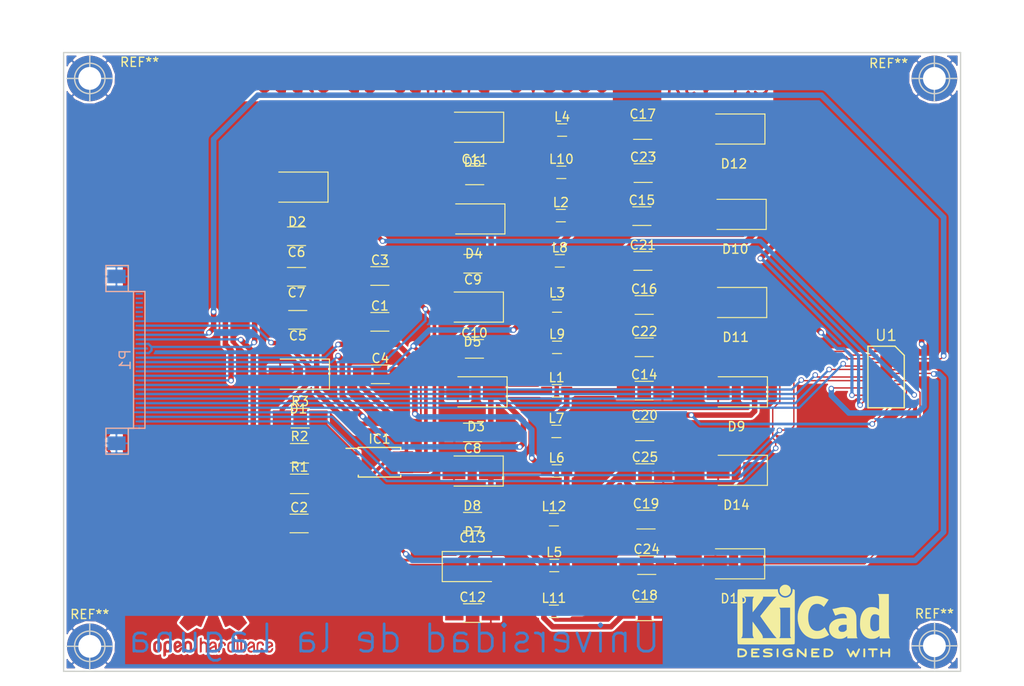
<source format=kicad_pcb>
(kicad_pcb (version 4) (host pcbnew 4.0.7-e2-6376~60~ubuntu17.10.1)
  (title_block (title "Módulo de cámara para Jetson TX2 (OV5680)") (date 2018-04-05) (rev "Rev 1.3") (company "Universidad de la Laguna") (comment 1 "Iván Rodríguez Méndez") (comment 2 "Adaptación multicámara NVIDIA JETSON TX2") (comment 3 "Área de Teoría de la Señal y Comunicación") (comment 4 "Departamento de Ingeniería Industrial"))
  (layers (0 F.Cu signal) (31 B.Cu signal) (34 B.Paste user) (35 F.Paste user) (36 B.SilkS user) (37 F.SilkS user) (38 B.Mask user) (39 F.Mask user) (44 Edge.Cuts user))
  (net 0 "")
  (net 1 AGND)
  (net 2 DVDD_CAM_IO_1V8)
  (net 3 CAM_I2C_SDA)
  (net 4 CAM_I2C_SCL)
  (net 5 CAM_I2C_SDA_D)
  (net 6 CAM_RST_D)
  (net 7 FLASH_STROBE)
  (net 8 FLASH_STROBE_D)
  (net 9 DVDD_CAM_IO_1V2)
  (net 10 CAM_PWDN)
  (net 11 CAM_PWDN_D)
  (net 12 "Net-(IC1-Pad1)")
  (net 13 "Net-(IC1-Pad2)")
  (net 14 "Net-(IC1-Pad3)")
  (net 15 CON_CSI_D0_P)
  (net 16 CON_CSI_D0_N)
  (net 17 CON_CSI_CLK_P)
  (net 18 CON_CSI_CLK_N)
  (net 19 CON_CSI_D1_P)
  (net 20 CON_CSI_D1_N)
  (net 21 CAM0_MCLK)
  (net 22 CAM_RST_L)
  (net 23 AF_VDD)
  (net 24 CAM_MCLK_D)
  (net 25 "Net-(C14-Pad1)")
  (net 26 "Net-(C15-Pad1)")
  (net 27 "Net-(C16-Pad1)")
  (net 28 "Net-(C17-Pad1)")
  (net 29 "Net-(C18-Pad1)")
  (net 30 "Net-(C19-Pad1)")
  (net 31 CAM_I2C_SCL_D)
  (module Mounting_Holes:MountingHole_2.5mm_Pad (layer F.Cu) (at 67.5005 75.5015)
    (fp_text reference REF** (at 5.461 -1.778) (layer F.SilkS))
    (fp_text value MountingHole_2.5mm_Pad)
    (pad 1 thru_hole circle (at 0 0) (size 5 5) (drill 2.5) (layers *.Cu *.Mask) (net 1 AGND))
  )
  (module Capacitors_SMD:C_1206_HandSoldering (layer F.Cu) (at 99.29876 102.20452)
    (fp_text reference C1 (at 0 -1.75) (layer F.SilkS))
    (fp_text value 0.1uF)
    (pad 1 smd rect (at -2 0) (size 2 1.6) (layers F.Cu F.Paste F.Mask) (net 2 DVDD_CAM_IO_1V8))
    (pad 2 smd rect (at 2 0) (size 2 1.6) (layers F.Cu F.Paste F.Mask) (net 1 AGND))
  )
  (module Capacitors_SMD:C_1206_HandSoldering (layer F.Cu) (at 90.4494 124.3203)
    (fp_text reference C2 (at 0 -1.75) (layer F.SilkS))
    (fp_text value 0.1uF)
    (pad 1 smd rect (at -2 0) (size 2 1.6) (layers F.Cu F.Paste F.Mask) (net 2 DVDD_CAM_IO_1V8))
    (pad 2 smd rect (at 2 0) (size 2 1.6) (layers F.Cu F.Paste F.Mask) (net 1 AGND))
  )
  (module Capacitors_SMD:C_1206_HandSoldering (layer F.Cu) (at 99.29876 97.17532)
    (fp_text reference C3 (at 0 -1.75) (layer F.SilkS))
    (fp_text value 4.7uF)
    (pad 1 smd rect (at -2 0) (size 2 1.6) (layers F.Cu F.Paste F.Mask) (net 2 DVDD_CAM_IO_1V8))
    (pad 2 smd rect (at 2 0) (size 2 1.6) (layers F.Cu F.Paste F.Mask) (net 1 AGND))
  )
  (module Capacitors_SMD:C_1206_HandSoldering (layer F.Cu) (at 99.35464 107.96016)
    (fp_text reference C4 (at 0 -1.75) (layer F.SilkS))
    (fp_text value 0.1uF)
    (pad 1 smd rect (at -2 0) (size 2 1.6) (layers F.Cu F.Paste F.Mask) (net 2 DVDD_CAM_IO_1V8))
    (pad 2 smd rect (at 2 0) (size 2 1.6) (layers F.Cu F.Paste F.Mask) (net 1 AGND))
  )
  (module Capacitors_SMD:C_1206_HandSoldering (layer F.Cu) (at 90.297 101.981 180)
    (fp_text reference C5 (at 0 -1.75 180) (layer F.SilkS))
    (fp_text value 0.1uF)
    (pad 1 smd rect (at -2 0 180) (size 2 1.6) (layers F.Cu F.Paste F.Mask) (net 2 DVDD_CAM_IO_1V8))
    (pad 2 smd rect (at 2 0 180) (size 2 1.6) (layers F.Cu F.Paste F.Mask) (net 1 AGND))
  )
  (module Capacitors_SMD:C_1206_HandSoldering (layer F.Cu) (at 90.16238 92.81668 180)
    (fp_text reference C6 (at 0 -1.75 180) (layer F.SilkS))
    (fp_text value 4.7uF)
    (pad 1 smd rect (at -2 0 180) (size 2 1.6) (layers F.Cu F.Paste F.Mask) (net 23 AF_VDD))
    (pad 2 smd rect (at 2 0 180) (size 2 1.6) (layers F.Cu F.Paste F.Mask) (net 1 AGND))
  )
  (module Capacitors_SMD:C_1206_HandSoldering (layer F.Cu) (at 90.16238 97.25914 180)
    (fp_text reference C7 (at 0 -1.75 180) (layer F.SilkS))
    (fp_text value 0.1uF)
    (pad 1 smd rect (at -2 0 180) (size 2 1.6) (layers F.Cu F.Paste F.Mask) (net 23 AF_VDD))
    (pad 2 smd rect (at 2 0 180) (size 2 1.6) (layers F.Cu F.Paste F.Mask) (net 1 AGND))
  )
  (module Capacitors_SMD:C_1206_HandSoldering (layer F.Cu) (at 109.4613 114.3381 180)
    (fp_text reference C8 (at 0 -1.75 180) (layer F.SilkS))
    (fp_text value 12pF)
    (pad 1 smd rect (at -2 0 180) (size 2 1.6) (layers F.Cu F.Paste F.Mask) (net 22 CAM_RST_L))
    (pad 2 smd rect (at 2 0 180) (size 2 1.6) (layers F.Cu F.Paste F.Mask) (net 1 AGND))
  )
  (module Capacitors_SMD:C_1206_HandSoldering (layer F.Cu) (at 109.49686 95.8342 180)
    (fp_text reference C9 (at 0 -1.75 180) (layer F.SilkS))
    (fp_text value 12pF)
    (pad 1 smd rect (at -2 0 180) (size 2 1.6) (layers F.Cu F.Paste F.Mask) (net 3 CAM_I2C_SDA))
    (pad 2 smd rect (at 2 0 180) (size 2 1.6) (layers F.Cu F.Paste F.Mask) (net 1 AGND))
  )
  (module Capacitors_SMD:C_1206_HandSoldering (layer F.Cu) (at 109.6645 105.16616)
    (fp_text reference C10 (at 0 -1.75) (layer F.SilkS))
    (fp_text value 12pF)
    (pad 1 smd rect (at -2 0) (size 2 1.6) (layers F.Cu F.Paste F.Mask) (net 4 CAM_I2C_SCL))
    (pad 2 smd rect (at 2 0) (size 2 1.6) (layers F.Cu F.Paste F.Mask) (net 1 AGND))
  )
  (module Capacitors_SMD:C_1206_HandSoldering (layer F.Cu) (at 109.69244 86.13902)
    (fp_text reference C11 (at 0 -1.75) (layer F.SilkS))
    (fp_text value 12pF)
    (pad 1 smd rect (at -2 0) (size 2 1.6) (layers F.Cu F.Paste F.Mask) (net 21 CAM0_MCLK))
    (pad 2 smd rect (at 2 0) (size 2 1.6) (layers F.Cu F.Paste F.Mask) (net 1 AGND))
  )
  (module Capacitors_SMD:C_1206_HandSoldering (layer F.Cu) (at 109.4613 134.1501)
    (fp_text reference C12 (at 0 -1.75) (layer F.SilkS))
    (fp_text value 12pF)
    (pad 1 smd rect (at -2 0) (size 2 1.6) (layers F.Cu F.Paste F.Mask) (net 10 CAM_PWDN))
    (pad 2 smd rect (at 2 0) (size 2 1.6) (layers F.Cu F.Paste F.Mask) (net 1 AGND))
  )
  (module Capacitors_SMD:C_1206_HandSoldering (layer F.Cu) (at 109.4613 124.1298 180)
    (fp_text reference C13 (at 0 -1.75 180) (layer F.SilkS))
    (fp_text value 12pF)
    (pad 1 smd rect (at -2 0 180) (size 2 1.6) (layers F.Cu F.Paste F.Mask) (net 7 FLASH_STROBE))
    (pad 2 smd rect (at 2 0 180) (size 2 1.6) (layers F.Cu F.Paste F.Mask) (net 1 AGND))
  )
  (module Capacitors_SMD:C_1206_HandSoldering (layer F.Cu) (at 128.27254 109.74832)
    (fp_text reference C14 (at 0 -1.75) (layer F.SilkS))
    (fp_text value 12pF)
    (pad 1 smd rect (at -2 0) (size 2 1.6) (layers F.Cu F.Paste F.Mask) (net 25 "Net-(C14-Pad1)"))
    (pad 2 smd rect (at 2 0) (size 2 1.6) (layers F.Cu F.Paste F.Mask) (net 1 AGND))
  )
  (module Capacitors_SMD:C_1206_HandSoldering (layer F.Cu) (at 128.02108 90.60942)
    (fp_text reference C15 (at 0 -1.75) (layer F.SilkS))
    (fp_text value 12pF)
    (pad 1 smd rect (at -2 0) (size 2 1.6) (layers F.Cu F.Paste F.Mask) (net 26 "Net-(C15-Pad1)"))
    (pad 2 smd rect (at 2 0) (size 2 1.6) (layers F.Cu F.Paste F.Mask) (net 1 AGND))
  )
  (module Capacitors_SMD:C_1206_HandSoldering (layer F.Cu) (at 128.27254 100.36048)
    (fp_text reference C16 (at 0 -1.75) (layer F.SilkS))
    (fp_text value 12pF)
    (pad 1 smd rect (at -2 0) (size 2 1.6) (layers F.Cu F.Paste F.Mask) (net 27 "Net-(C16-Pad1)"))
    (pad 2 smd rect (at 2 0) (size 2 1.6) (layers F.Cu F.Paste F.Mask) (net 1 AGND))
  )
  (module Capacitors_SMD:C_1206_HandSoldering (layer F.Cu) (at 128.1049 81.1657)
    (fp_text reference C17 (at 0 -1.75) (layer F.SilkS))
    (fp_text value 12pF)
    (pad 1 smd rect (at -2 0) (size 2 1.6) (layers F.Cu F.Paste F.Mask) (net 28 "Net-(C17-Pad1)"))
    (pad 2 smd rect (at 2 0) (size 2 1.6) (layers F.Cu F.Paste F.Mask) (net 1 AGND))
  )
  (module Capacitors_SMD:C_1206_HandSoldering (layer F.Cu) (at 128.3208 133.9596)
    (fp_text reference C18 (at 0 -1.75) (layer F.SilkS))
    (fp_text value 12pF)
    (pad 1 smd rect (at -2 0) (size 2 1.6) (layers F.Cu F.Paste F.Mask) (net 29 "Net-(C18-Pad1)"))
    (pad 2 smd rect (at 2 0) (size 2 1.6) (layers F.Cu F.Paste F.Mask) (net 1 AGND))
  )
  (module Capacitors_SMD:C_1206_HandSoldering (layer F.Cu) (at 128.4732 123.9012)
    (fp_text reference C19 (at 0 -1.75) (layer F.SilkS))
    (fp_text value 12pF)
    (pad 1 smd rect (at -2 0) (size 2 1.6) (layers F.Cu F.Paste F.Mask) (net 30 "Net-(C19-Pad1)"))
    (pad 2 smd rect (at 2 0) (size 2 1.6) (layers F.Cu F.Paste F.Mask) (net 1 AGND))
  )
  (module Capacitors_SMD:C_1206_HandSoldering (layer F.Cu) (at 128.32842 114.21872)
    (fp_text reference C20 (at 0 -1.75) (layer F.SilkS))
    (fp_text value 12pF)
    (pad 1 smd rect (at -2 0) (size 2 1.6) (layers F.Cu F.Paste F.Mask) (net 6 CAM_RST_D))
    (pad 2 smd rect (at 2 0) (size 2 1.6) (layers F.Cu F.Paste F.Mask) (net 1 AGND))
  )
  (module Capacitors_SMD:C_1206_HandSoldering (layer F.Cu) (at 128.13284 95.52686)
    (fp_text reference C21 (at 0 -1.75) (layer F.SilkS))
    (fp_text value 12pF)
    (pad 1 smd rect (at -2 0) (size 2 1.6) (layers F.Cu F.Paste F.Mask) (net 5 CAM_I2C_SDA_D))
    (pad 2 smd rect (at 2 0) (size 2 1.6) (layers F.Cu F.Paste F.Mask) (net 1 AGND))
  )
  (module Capacitors_SMD:C_1206_HandSoldering (layer F.Cu) (at 128.27254 104.99852)
    (fp_text reference C22 (at 0 -1.75) (layer F.SilkS))
    (fp_text value 12pF)
    (pad 1 smd rect (at -2 0) (size 2 1.6) (layers F.Cu F.Paste F.Mask) (net 31 CAM_I2C_SCL_D))
    (pad 2 smd rect (at 2 0) (size 2 1.6) (layers F.Cu F.Paste F.Mask) (net 1 AGND))
  )
  (module Capacitors_SMD:C_1206_HandSoldering (layer F.Cu) (at 128.16078 85.88756)
    (fp_text reference C23 (at 0 -1.75) (layer F.SilkS))
    (fp_text value 12pF)
    (pad 1 smd rect (at -2 0) (size 2 1.6) (layers F.Cu F.Paste F.Mask) (net 24 CAM_MCLK_D))
    (pad 2 smd rect (at 2 0) (size 2 1.6) (layers F.Cu F.Paste F.Mask) (net 1 AGND))
  )
  (module Capacitors_SMD:C_1206_HandSoldering (layer F.Cu) (at 128.5494 128.8923)
    (fp_text reference C24 (at 0 -1.75) (layer F.SilkS))
    (fp_text value 12pF)
    (pad 1 smd rect (at -2 0) (size 2 1.6) (layers F.Cu F.Paste F.Mask) (net 11 CAM_PWDN_D))
    (pad 2 smd rect (at 2 0) (size 2 1.6) (layers F.Cu F.Paste F.Mask) (net 1 AGND))
  )
  (module Capacitors_SMD:C_1206_HandSoldering (layer F.Cu) (at 128.3589 118.7958)
    (fp_text reference C25 (at 0 -1.75) (layer F.SilkS))
    (fp_text value 12pF)
    (pad 1 smd rect (at -2 0) (size 2 1.6) (layers F.Cu F.Paste F.Mask) (net 8 FLASH_STROBE_D))
    (pad 2 smd rect (at 2 0) (size 2 1.6) (layers F.Cu F.Paste F.Mask) (net 1 AGND))
  )
  (module Mounting_Holes:MountingHole_2.5mm_Pad (layer F.Cu) (at 67.5005 137.795)
    (fp_text reference REF** (at 0 -3.5) (layer F.SilkS))
    (fp_text value MountingHole_2.5mm_Pad)
    (pad 1 thru_hole circle (at 0 0) (size 5 5) (drill 2.5) (layers *.Cu *.Mask) (net 1 AGND))
  )
  (module Mounting_Holes:MountingHole_2.5mm_Pad (layer F.Cu) (at 160.0835 137.7315)
    (fp_text reference REF** (at 0 -3.5) (layer F.SilkS))
    (fp_text value MountingHole_2.5mm_Pad)
    (pad 1 thru_hole circle (at 0 0) (size 5 5) (drill 2.5) (layers *.Cu *.Mask) (net 1 AGND))
  )
  (module Mounting_Holes:MountingHole_2.5mm_Pad (layer F.Cu) (at 160.0835 75.5015)
    (fp_text reference REF** (at -5.0165 -1.651) (layer F.SilkS))
    (fp_text value MountingHole_2.5mm_Pad)
    (pad 1 thru_hole circle (at 0 0) (size 5 5) (drill 2.5) (layers *.Cu *.Mask) (net 1 AGND))
  )
  (module I-PEX-30:SOIC-30-MOD (layer F.Cu) (at 154.7876 108.2548 270)
    (fp_text reference U1 (at -4.575 0 360) (layer F.SilkS) (effects (font (size 1.2 1.2))))
    (fp_text value OV5680)
    (pad 2 smd rect (at -2.8 -1.18 270) (size 0.15 0.62) (layers F.Cu F.Paste F.Mask) (net 1 AGND))
    (pad 1 smd rect (at -2.8 1.18 270) (size 0.15 0.62) (layers F.Cu F.Paste F.Mask) (net 1 AGND))
    (pad 4 smd rect (at -2.4 -1.18 270) (size 0.15 0.62) (layers F.Cu F.Paste F.Mask) (net 1 AGND))
    (pad 3 smd rect (at -2.4 1.18 270) (size 0.15 0.62) (layers F.Cu F.Paste F.Mask) (net 19 CON_CSI_D1_P))
    (pad 6 smd rect (at -2 -1.18 270) (size 0.15 0.62) (layers F.Cu F.Paste F.Mask) (net 9 DVDD_CAM_IO_1V2))
    (pad 5 smd rect (at -2 1.18 270) (size 0.15 0.62) (layers F.Cu F.Paste F.Mask) (net 20 CON_CSI_D1_N))
    (pad 8 smd rect (at -1.6 -1.18 270) (size 0.15 0.62) (layers F.Cu F.Paste F.Mask) (net 9 DVDD_CAM_IO_1V2))
    (pad 7 smd rect (at -1.6 1.18 270) (size 0.15 0.62) (layers F.Cu F.Paste F.Mask) (net 1 AGND))
    (pad 10 smd rect (at -1.2 -1.18 270) (size 0.15 0.62) (layers F.Cu F.Paste F.Mask) (net 1 AGND))
    (pad 9 smd rect (at -1.2 1.18 270) (size 0.15 0.62) (layers F.Cu F.Paste F.Mask) (net 15 CON_CSI_D0_P))
    (pad 12 smd rect (at -0.8 -1.18 270) (size 0.15 0.62) (layers F.Cu F.Paste F.Mask) (net 1 AGND))
    (pad 11 smd rect (at -0.8 1.18 270) (size 0.15 0.62) (layers F.Cu F.Paste F.Mask) (net 16 CON_CSI_D0_N))
    (pad 14 smd rect (at -0.4 -1.18 270) (size 0.15 0.62) (layers F.Cu F.Paste F.Mask) (net 2 DVDD_CAM_IO_1V8))
    (pad 13 smd rect (at -0.4 1.18 270) (size 0.15 0.62) (layers F.Cu F.Paste F.Mask) (net 1 AGND))
    (pad 16 smd rect (at 0 -1.18 270) (size 0.15 0.62) (layers F.Cu F.Paste F.Mask) (net 1 AGND))
    (pad 15 smd rect (at 0 1.18 270) (size 0.15 0.62) (layers F.Cu F.Paste F.Mask) (net 17 CON_CSI_CLK_P))
    (pad 18 smd rect (at 0.4 -1.18 270) (size 0.15 0.62) (layers F.Cu F.Paste F.Mask) (net 11 CAM_PWDN_D))
    (pad 17 smd rect (at 0.4 1.18 270) (size 0.15 0.62) (layers F.Cu F.Paste F.Mask) (net 18 CON_CSI_CLK_N))
    (pad 20 smd rect (at 0.8 -1.18 270) (size 0.15 0.62) (layers F.Cu F.Paste F.Mask) (net 23 AF_VDD))
    (pad 19 smd rect (at 0.8 1.18 270) (size 0.15 0.62) (layers F.Cu F.Paste F.Mask) (net 1 AGND))
    (pad 22 smd rect (at 1.2 -1.18 270) (size 0.15 0.62) (layers F.Cu F.Paste F.Mask) (net 1 AGND))
    (pad 21 smd rect (at 1.2 1.18 270) (size 0.15 0.62) (layers F.Cu F.Paste F.Mask) (net 24 CAM_MCLK_D))
    (pad 24 smd rect (at 1.6 -1.18 270) (size 0.15 0.62) (layers F.Cu F.Paste F.Mask) (net 1 AGND))
    (pad 23 smd rect (at 1.6 1.18 270) (size 0.15 0.62) (layers F.Cu F.Paste F.Mask) (net 1 AGND))
    (pad 26 smd rect (at 2 -1.18 270) (size 0.15 0.62) (layers F.Cu F.Paste F.Mask) (net 23 AF_VDD))
    (pad 25 smd rect (at 2 1.18 270) (size 0.15 0.62) (layers F.Cu F.Paste F.Mask) (net 31 CAM_I2C_SCL_D))
    (pad 28 smd rect (at 2.4 -1.18 270) (size 0.15 0.62) (layers F.Cu F.Paste F.Mask) (net 8 FLASH_STROBE_D))
    (pad 27 smd rect (at 2.4 1.18 270) (size 0.15 0.62) (layers F.Cu F.Paste F.Mask) (net 5 CAM_I2C_SDA_D))
    (pad 30 smd rect (at 2.8 -1.18 270) (size 0.15 0.62) (layers F.Cu F.Paste F.Mask) (net 6 CAM_RST_D))
    (pad 29 smd rect (at 2.8 1.18 270) (size 0.15 0.62) (layers F.Cu F.Paste F.Mask) (net 1 AGND))
  )
  (module Symbols:OSHW-Logo2_14.6x12mm_Copper (layer F.Cu) (at 81.026 133.35)
    (fp_text reference REF*** hide)
    (fp_text value OSHW-Logo2_14.6x12mm_Copper hide)
    (fp_poly (pts (xy -4.8281 3.861903) (xy -4.71655 3.917522) (xy -4.618092 4.019931) (xy -4.590977 4.057864) (xy -4.561438 4.1075) (xy -4.542272 4.161412) (xy -4.531307 4.233364) (xy -4.526371 4.337122) (xy -4.525287 4.474101) (xy -4.530182 4.661815) (xy -4.547196 4.802758) (xy -4.579823 4.907908) (xy -4.631558 4.988243) (xy -4.705896 5.054741) (xy -4.711358 5.058678) (xy -4.78462 5.098953) (xy -4.87284 5.11888) (xy -4.985038 5.123793) (xy -5.167433 5.123793) (xy -5.167509 5.300857) (xy -5.169207 5.39947) (xy -5.17955 5.457314) (xy -5.206578 5.492006) (xy -5.258332 5.521164) (xy -5.270761 5.527121) (xy -5.328923 5.555039) (xy -5.373956 5.572672) (xy -5.407441 5.574194) (xy -5.430962 5.553781) (xy -5.4461 5.505607) (xy -5.454437 5.423846) (xy -5.457556 5.302672) (xy -5.45704 5.13626) (xy -5.454471 4.918785) (xy -5.453668 4.853736) (xy -5.450778 4.629502) (xy -5.448188 4.482821) (xy -5.167586 4.482821) (xy -5.166009 4.607326) (xy -5.159 4.688787) (xy -5.143142 4.742515) (xy -5.115019 4.783823) (xy -5.095925 4.803971) (xy -5.017865 4.862921) (xy -4.948753 4.86772) (xy -4.87744 4.819038) (xy -4.875632 4.817241) (xy -4.846617 4.779618) (xy -4.828967 4.728484) (xy -4.820064 4.649738) (xy -4.817291 4.529276) (xy -4.817241 4.502588) (xy -4.823942 4.336583) (xy -4.845752 4.221505) (xy -4.885235 4.151254) (xy -4.944956 4.119729) (xy -4.979472 4.116552) (xy -5.061389 4.13146) (xy -5.117579 4.180548) (xy -5.151402 4.270362) (xy -5.16622 4.407445) (xy -5.167586 4.482821) (xy -5.448188 4.482821) (xy -5.447713 4.455952) (xy -5.443753 4.325382) (xy -5.438174 4.230087) (xy -5.430254 4.162364) (xy -5.419269 4.114507) (xy -5.404499 4.078813) (xy -5.385218 4.047578) (xy -5.376951 4.035824) (xy -5.267288 3.924797) (xy -5.128635 3.861847) (xy -4.968246 3.844297) (xy -4.8281 3.861903)) (layer F.Cu) (width 0.01))
    (fp_poly (pts (xy -2.582571 3.877719) (xy -2.488877 3.931914) (xy -2.423736 3.985707) (xy -2.376093 4.042066) (xy -2.343272 4.110987) (xy -2.322594 4.202468) (xy -2.31138 4.326506) (xy -2.306951 4.493098) (xy -2.306437 4.612851) (xy -2.306437 5.053659) (xy -2.430517 5.109283) (xy -2.554598 5.164907) (xy -2.569195 4.682095) (xy -2.575227 4.501779) (xy -2.581555 4.370901) (xy -2.589394 4.280511) (xy -2.599963 4.221664) (xy -2.614477 4.185413) (xy -2.634152 4.16281) (xy -2.640465 4.157917) (xy -2.736112 4.119706) (xy -2.832793 4.134827) (xy -2.890345 4.174943) (xy -2.913755 4.20337) (xy -2.929961 4.240672) (xy -2.940259 4.297223) (xy -2.945951 4.383394) (xy -2.948336 4.509558) (xy -2.948736 4.641042) (xy -2.948814 4.805999) (xy -2.951639 4.922761) (xy -2.961093 5.00151) (xy -2.98106 5.052431) (xy -3.015424 5.085706) (xy -3.068068 5.11152) (xy -3.138383 5.138344) (xy -3.21518 5.167542) (xy -3.206038 4.649346) (xy -3.202357 4.462539) (xy -3.19805 4.32449) (xy -3.191877 4.225568) (xy -3.182598 4.156145) (xy -3.168973 4.10659) (xy -3.149761 4.067273) (xy -3.126598 4.032584) (xy -3.014848 3.92177) (xy -2.878487 3.857689) (xy -2.730175 3.842339) (xy -2.582571 3.877719)) (layer F.Cu) (width 0.01))
    (fp_poly (pts (xy -5.951779 3.866015) (xy -5.814939 3.937968) (xy -5.713949 4.053766) (xy -5.678075 4.128213) (xy -5.650161 4.239992) (xy -5.635871 4.381227) (xy -5.634516 4.535371) (xy -5.645405 4.685879) (xy -5.667847 4.816205) (xy -5.70115 4.909803) (xy -5.711385 4.925922) (xy -5.832618 5.046249) (xy -5.976613 5.118317) (xy -6.132861 5.139408) (xy -6.290852 5.106802) (xy -6.33482 5.087253) (xy -6.420444 5.027012) (xy -6.495592 4.947135) (xy -6.502694 4.937004) (xy -6.531561 4.888181) (xy -6.550643 4.83599) (xy -6.561916 4.767285) (xy -6.567355 4.668918) (xy -6.568938 4.527744) (xy -6.568965 4.496092) (xy -6.568893 4.486019) (xy -6.277011 4.486019) (xy -6.275313 4.619256) (xy -6.268628 4.707674) (xy -6.254575 4.764785) (xy -6.230771 4.804102) (xy -6.218621 4.817241) (xy -6.148764 4.867172) (xy -6.080941 4.864895) (xy -6.012365 4.821584) (xy -5.971465 4.775346) (xy -5.947242 4.707857) (xy -5.933639 4.601433) (xy -5.932706 4.58902) (xy -5.930384 4.396147) (xy -5.95465 4.2529) (xy -6.005176 4.16016) (xy -6.081632 4.118807) (xy -6.108924 4.116552) (xy -6.180589 4.127893) (xy -6.22961 4.167184) (xy -6.259582 4.242326) (xy -6.274101 4.361222) (xy -6.277011 4.486019) (xy -6.568893 4.486019) (xy -6.567878 4.345659) (xy -6.563312 4.240549) (xy -6.553312 4.167714) (xy -6.535921 4.114108) (xy -6.509184 4.066681) (xy -6.503276 4.057864) (xy -6.403968 3.939007) (xy -6.295758 3.870008) (xy -6.164019 3.842619) (xy -6.119283 3.841281) (xy -5.951779 3.866015)) (layer F.Cu) (width 0.01))
    (fp_poly (pts (xy -3.684448 3.884676) (xy -3.569342 3.962111) (xy -3.480389 4.073949) (xy -3.427251 4.216265) (xy -3.416503 4.321015) (xy -3.417724 4.364726) (xy -3.427944 4.398194) (xy -3.456039 4.428179) (xy -3.510884 4.46144) (xy -3.601355 4.504738) (xy -3.736328 4.564833) (xy -3.737011 4.565134) (xy -3.861249 4.622037) (xy -3.963127 4.672565) (xy -4.032233 4.71128) (xy -4.058154 4.73274) (xy -4.058161 4.732913) (xy -4.035315 4.779644) (xy -3.981891 4.831154) (xy -3.920558 4.868261) (xy -3.889485 4.875632) (xy -3.804711 4.850138) (xy -3.731707 4.786291) (xy -3.696087 4.716094) (xy -3.66182 4.664343) (xy -3.594697 4.605409) (xy -3.515792 4.554496) (xy -3.446179 4.526809) (xy -3.431623 4.525287) (xy -3.415237 4.550321) (xy -3.41425 4.614311) (xy -3.426292 4.700593) (xy -3.448993 4.792501) (xy -3.479986 4.873369) (xy -3.481552 4.876509) (xy -3.574819 5.006734) (xy -3.695696 5.095311) (xy -3.832973 5.138786) (xy -3.97544 5.133706) (xy -4.111888 5.076616) (xy -4.117955 5.072602) (xy -4.22529 4.975326) (xy -4.295868 4.848409) (xy -4.334926 4.681526) (xy -4.340168 4.634639) (xy -4.349452 4.413329) (xy -4.338322 4.310124) (xy -4.058161 4.310124) (xy -4.054521 4.374503) (xy -4.034611 4.393291) (xy -3.984974 4.379235) (xy -3.906733 4.346009) (xy -3.819274 4.304359) (xy -3.817101 4.303256) (xy -3.74297 4.264265) (xy -3.713219 4.238244) (xy -3.720555 4.210965) (xy -3.751447 4.175121) (xy -3.83004 4.123251) (xy -3.914677 4.119439) (xy -3.990597 4.157189) (xy -4.043035 4.230001) (xy -4.058161 4.310124) (xy -4.338322 4.310124) (xy -4.330356 4.236261) (xy -4.281366 4.095829) (xy -4.213164 3.997447) (xy -4.090065 3.89803) (xy -3.954472 3.848711) (xy -3.816045 3.845568) (xy -3.684448 3.884676)) (layer F.Cu) (width 0.01))
    (fp_poly (pts (xy -1.255402 3.723857) (xy -1.246846 3.843188) (xy -1.237019 3.913506) (xy -1.223401 3.944179) (xy -1.203473 3.944571) (xy -1.197011 3.94091) (xy -1.11106 3.914398) (xy -0.999255 3.915946) (xy -0.885586 3.943199) (xy -0.81449 3.978455) (xy -0.741595 4.034778) (xy -0.688307 4.098519) (xy -0.651725 4.17951) (xy -0.62895 4.287586) (xy -0.617081 4.43258) (xy -0.613218 4.624326) (xy -0.613149 4.661109) (xy -0.613103 5.074288) (xy -0.705046 5.106339) (xy -0.770348 5.128144) (xy -0.806176 5.138297) (xy -0.80723 5.138391) (xy -0.810758 5.11086) (xy -0.813761 5.034923) (xy -0.81601 4.920565) (xy -0.817276 4.777769) (xy -0.817471 4.690951) (xy -0.817877 4.519773) (xy -0.819968 4.397088) (xy -0.825053 4.313) (xy -0.83444 4.257614) (xy -0.849439 4.221032) (xy -0.871358 4.193359) (xy -0.885043 4.180032) (xy -0.979051 4.126328) (xy -1.081636 4.122307) (xy -1.17471 4.167725) (xy -1.191922 4.184123) (xy -1.217168 4.214957) (xy -1.23468 4.251531) (xy -1.245858 4.304415) (xy -1.252104 4.384177) (xy -1.254818 4.501385) (xy -1.255402 4.662991) (xy -1.255402 5.074288) (xy -1.347345 5.106339) (xy -1.412647 5.128144) (xy -1.448475 5.138297) (xy -1.449529 5.138391) (xy -1.452225 5.110448) (xy -1.454655 5.03163) (xy -1.456722 4.909453) (xy -1.458329 4.751432) (xy -1.459377 4.565083) (xy -1.459769 4.35792) (xy -1.45977 4.348706) (xy -1.45977 3.55902) (xy -1.364885 3.518997) (xy -1.27 3.478973) (xy -1.255402 3.723857)) (layer F.Cu) (width 0.01))
    (fp_poly (pts (xy 0.079944 3.92436) (xy 0.194343 3.966842) (xy 0.195652 3.967658) (xy 0.266403 4.01973) (xy 0.318636 4.080584) (xy 0.355371 4.159887) (xy 0.379634 4.267309) (xy 0.394445 4.412517) (xy 0.402829 4.605179) (xy 0.403564 4.632628) (xy 0.41412 5.046521) (xy 0.325291 5.092456) (xy 0.261018 5.123498) (xy 0.22221 5.138206) (xy 0.220415 5.138391) (xy 0.2137 5.11125) (xy 0.208365 5.038041) (xy 0.205083 4.931081) (xy 0.204368 4.844469) (xy 0.204351 4.704162) (xy 0.197937 4.616051) (xy 0.17558 4.574025) (xy 0.127732 4.571975) (xy 0.044849 4.60379) (xy -0.080287 4.662272) (xy -0.172303 4.710845) (xy -0.219629 4.752986) (xy -0.233542 4.798916) (xy -0.233563 4.801189) (xy -0.210605 4.880311) (xy -0.14263 4.923055) (xy -0.038602 4.929246) (xy 0.03633 4.928172) (xy 0.075839 4.949753) (xy 0.100478 5.001591) (xy 0.114659 5.067632) (xy 0.094223 5.105104) (xy 0.086528 5.110467) (xy 0.014083 5.132006) (xy -0.087367 5.135055) (xy -0.191843 5.120778) (xy -0.265875 5.094688) (xy -0.368228 5.007785) (xy -0.426409 4.886816) (xy -0.437931 4.792308) (xy -0.429138 4.707062) (xy -0.39732 4.637476) (xy -0.334316 4.575672) (xy -0.231969 4.513772) (xy -0.082118 4.443897) (xy -0.072988 4.439948) (xy 0.061997 4.377588) (xy 0.145294 4.326446) (xy 0.180997 4.280488) (xy 0.173203 4.233683) (xy 0.126007 4.179998) (xy 0.111894 4.167644) (xy 0.017359 4.119741) (xy -0.080594 4.121758) (xy -0.165903 4.168724) (xy -0.222504 4.255669) (xy -0.227763 4.272734) (xy -0.278977 4.355504) (xy -0.343963 4.395372) (xy -0.437931 4.434882) (xy -0.437931 4.332658) (xy -0.409347 4.184072) (xy -0.324505 4.047784) (xy -0.280355 4.002191) (xy -0.179995 3.943674) (xy -0.052365 3.917184) (xy 0.079944 3.92436)) (layer F.Cu) (width 0.01))
    (fp_poly (pts (xy 1.065943 3.92192) (xy 1.198565 3.970859) (xy 1.30601 4.057419) (xy 1.348032 4.118352) (xy 1.393843 4.230161) (xy 1.392891 4.311006) (xy 1.344808 4.365378) (xy 1.327017 4.374624) (xy 1.250204 4.40345) (xy 1.210976 4.396065) (xy 1.197689 4.347658) (xy 1.197012 4.32092) (xy 1.172686 4.222548) (xy 1.109281 4.153734) (xy 1.021154 4.120498) (xy 0.922663 4.128861) (xy 0.842602 4.172296) (xy 0.815561 4.197072) (xy 0.796394 4.227129) (xy 0.783446 4.272565) (xy 0.775064 4.343476) (xy 0.769593 4.44996) (xy 0.765378 4.602112) (xy 0.764287 4.650287) (xy 0.760307 4.815095) (xy 0.755781 4.931088) (xy 0.748995 5.007833) (xy 0.738231 5.054893) (xy 0.721773 5.081835) (xy 0.697906 5.098223) (xy 0.682626 5.105463) (xy 0.617733 5.13022) (xy 0.579534 5.138391) (xy 0.566912 5.111103) (xy 0.559208 5.028603) (xy 0.55638 4.889941) (xy 0.558386 4.694162) (xy 0.559011 4.663965) (xy 0.563421 4.485349) (xy 0.568635 4.354923) (xy 0.576055 4.262492) (xy 0.587082 4.197858) (xy 0.603117 4.150825) (xy 0.625561 4.111196) (xy 0.637302 4.094215) (xy 0.704619 4.01908) (xy 0.77991 3.960638) (xy 0.789128 3.955536) (xy 0.924133 3.91526) (xy 1.065943 3.92192)) (layer F.Cu) (width 0.01))
    (fp_poly (pts (xy 2.393914 4.154455) (xy 2.393543 4.372661) (xy 2.392108 4.540519) (xy 2.389002 4.66607) (xy 2.383622 4.757355) (xy 2.375362 4.822415) (xy 2.363616 4.869291) (xy 2.347781 4.906024) (xy 2.33579 4.926991) (xy 2.23649 5.040694) (xy 2.110588 5.111965) (xy 1.971291 5.137538) (xy 1.831805 5.11415) (xy 1.748743 5.072119) (xy 1.661545 4.999411) (xy 1.602117 4.910612) (xy 1.566261 4.79432) (xy 1.549781 4.639135) (xy 1.547447 4.525287) (xy 1.547761 4.517106) (xy 1.751724 4.517106) (xy 1.75297 4.647657) (xy 1.758678 4.73408) (xy 1.771804 4.790618) (xy 1.795306 4.831514) (xy 1.823386 4.862362) (xy 1.917688 4.921905) (xy 2.01894 4.926992) (xy 2.114636 4.877279) (xy 2.122084 4.870543) (xy 2.153874 4.835502) (xy 2.173808 4.793811) (xy 2.1846 4.731762) (xy 2.188965 4.635644) (xy 2.189655 4.529379) (xy 2.188159 4.39588) (xy 2.181964 4.306822) (xy 2.168514 4.248293) (xy 2.145251 4.206382) (xy 2.126175 4.184123) (xy 2.037563 4.127985) (xy 1.935508 4.121235) (xy 1.838095 4.164114) (xy 1.819296 4.180032) (xy 1.787293 4.215382) (xy 1.767318 4.257502) (xy 1.756593 4.320251) (xy 1.752339 4.417487) (xy 1.751724 4.517106) (xy 1.547761 4.517106) (xy 1.554504 4.341947) (xy 1.578472 4.204195) (xy 1.623548 4.100632) (xy 1.693928 4.019856) (xy 1.748743 3.978455) (xy 1.848376 3.933728) (xy 1.963855 3.912967) (xy 2.071199 3.918525) (xy 2.131264 3.940943) (xy 2.154835 3.947323) (xy 2.170477 3.923535) (xy 2.181395 3.859788) (xy 2.189655 3.762687) (xy 2.198699 3.654541) (xy 2.211261 3.589475) (xy 2.234119 3.552268) (xy 2.274051 3.527699) (xy 2.299138 3.516819) (xy 2.394023 3.477072) (xy 2.393914 4.154455)) (layer F.Cu) (width 0.01))
    (fp_poly (pts (xy 3.580124 3.93984) (xy 3.584579 4.016653) (xy 3.588071 4.133391) (xy 3.590315 4.280821) (xy 3.591035 4.435455) (xy 3.591035 4.958727) (xy 3.498645 5.051117) (xy 3.434978 5.108047) (xy 3.379089 5.131107) (xy 3.302702 5.129647) (xy 3.27238 5.125934) (xy 3.17761 5.115126) (xy 3.099222 5.108933) (xy 3.080115 5.108361) (xy 3.015699 5.112102) (xy 2.923571 5.121494) (xy 2.88785 5.125934) (xy 2.800114 5.132801) (xy 2.741153 5.117885) (xy 2.68269 5.071835) (xy 2.661585 5.051117) (xy 2.569195 4.958727) (xy 2.569195 3.979947) (xy 2.643558 3.946066) (xy 2.70759 3.92097) (xy 2.745052 3.912184) (xy 2.754657 3.93995) (xy 2.763635 4.01753) (xy 2.771386 4.136348) (xy 2.777314 4.287828) (xy 2.780173 4.415805) (xy 2.788161 4.919425) (xy 2.857848 4.929278) (xy 2.921229 4.922389) (xy 2.952286 4.900083) (xy 2.960967 4.858379) (xy 2.968378 4.769544) (xy 2.973931 4.644834) (xy 2.977036 4.495507) (xy 2.977484 4.418661) (xy 2.977931 3.976287) (xy 3.069874 3.944235) (xy 3.134949 3.922443) (xy 3.170347 3.912281) (xy 3.171368 3.912184) (xy 3.17492 3.939809) (xy 3.178823 4.016411) (xy 3.182751 4.132579) (xy 3.186376 4.278904) (xy 3.188908 4.415805) (xy 3.196897 4.919425) (xy 3.372069 4.919425) (xy 3.380107 4.459965) (xy 3.388146 4.000505) (xy 3.473543 3.956344) (xy 3.536593 3.926019) (xy 3.57391 3.912258) (xy 3.574987 3.912184) (xy 3.580124 3.93984)) (layer F.Cu) (width 0.01))
    (fp_poly (pts (xy 4.314406 3.935156) (xy 4.398469 3.973393) (xy 4.46445 4.019726) (xy 4.512794 4.071532) (xy 4.546172 4.138363) (xy 4.567253 4.229769) (xy 4.578707 4.355301) (xy 4.583203 4.524508) (xy 4.583678 4.635933) (xy 4.583678 5.070627) (xy 4.509316 5.104509) (xy 4.450746 5.129272) (xy 4.42173 5.138391) (xy 4.416179 5.111257) (xy 4.411775 5.038094) (xy 4.409078 4.931263) (xy 4.408506 4.846437) (xy 4.406046 4.723887) (xy 4.399412 4.626668) (xy 4.389726 4.567134) (xy 4.382032 4.554483) (xy 4.330311 4.567402) (xy 4.249117 4.600539) (xy 4.155102 4.645461) (xy 4.064917 4.693735) (xy 3.995215 4.736928) (xy 3.962648 4.766608) (xy 3.962519 4.766929) (xy 3.96532 4.821857) (xy 3.990439 4.874292) (xy 4.034541 4.916881) (xy 4.098909 4.931126) (xy 4.153921 4.929466) (xy 4.231835 4.928245) (xy 4.272732 4.946498) (xy 4.297295 4.994726) (xy 4.300392 5.00382) (xy 4.31104 5.072598) (xy 4.282565 5.11436) (xy 4.208344 5.134263) (xy 4.128168 5.137944) (xy 3.98389 5.110658) (xy 3.909203 5.07169) (xy 3.816963 4.980148) (xy 3.768043 4.867782) (xy 3.763654 4.749051) (xy 3.805001 4.638411) (xy 3.867197 4.56908) (xy 3.929294 4.530265) (xy 4.026895 4.481125) (xy 4.140632 4.431292) (xy 4.15959 4.423677) (xy 4.284521 4.368545) (xy 4.356539 4.319954) (xy 4.3797 4.271647) (xy 4.358064 4.21737) (xy 4.32092 4.174943) (xy 4.233127 4.122702) (xy 4.13653 4.118784) (xy 4.047944 4.159041) (xy 3.984186 4.239326) (xy 3.975817 4.26004) (xy 3.927096 4.336225) (xy 3.855965 4.392785) (xy 3.766207 4.439201) (xy 3.766207 4.307584) (xy 3.77149 4.227168) (xy 3.794142 4.163786) (xy 3.844367 4.096163) (xy 3.892582 4.044076) (xy 3.967554 3.970322) (xy 4.025806 3.930702) (xy 4.088372 3.91481) (xy 4.159193 3.912184) (xy 4.314406 3.935156)) (layer F.Cu) (width 0.01))
    (fp_poly (pts (xy 5.33569 3.940018) (xy 5.370585 3.955269) (xy 5.453877 4.021235) (xy 5.525103 4.116618) (xy 5.569153 4.218406) (xy 5.576322 4.268587) (xy 5.552285 4.338647) (xy 5.499561 4.375717) (xy 5.443031 4.398164) (xy 5.417146 4.4023) (xy 5.404542 4.372283) (xy 5.379654 4.306961) (xy 5.368735 4.277445) (xy 5.307508 4.175348) (xy 5.218861 4.124423) (xy 5.105193 4.125989) (xy 5.096774 4.127994) (xy 5.036088 4.156767) (xy 4.991474 4.212859) (xy 4.961002 4.303163) (xy 4.942744 4.434571) (xy 4.934771 4.613974) (xy 4.934023 4.709433) (xy 4.933652 4.859913) (xy 4.931223 4.962495) (xy 4.92476 5.027672) (xy 4.912288 5.065938) (xy 4.891833 5.087785) (xy 4.861419 5.103707) (xy 4.859661 5.104509) (xy 4.801091 5.129272) (xy 4.772075 5.138391) (xy 4.767616 5.110822) (xy 4.763799 5.03462) (xy 4.760899 4.919541) (xy 4.759191 4.775341) (xy 4.758851 4.669814) (xy 4.760588 4.465613) (xy 4.767382 4.310697) (xy 4.781607 4.196024) (xy 4.805638 4.112551) (xy 4.841848 4.051236) (xy 4.892612 4.003034) (xy 4.942739 3.969393) (xy 5.063275 3.924619) (xy 5.203557 3.914521) (xy 5.33569 3.940018)) (layer F.Cu) (width 0.01))
    (fp_poly (pts (xy 6.343439 3.95654) (xy 6.45895 4.032034) (xy 6.514664 4.099617) (xy 6.558804 4.222255) (xy 6.562309 4.319298) (xy 6.554368 4.449056) (xy 6.255115 4.580039) (xy 6.109611 4.646958) (xy 6.014537 4.70079) (xy 5.965101 4.747416) (xy 5.956511 4.79272) (xy 5.983972 4.842582) (xy 6.014253 4.875632) (xy 6.102363 4.928633) (xy 6.198196 4.932347) (xy 6.286212 4.891041) (xy 6.350869 4.808983) (xy 6.362433 4.780008) (xy 6.417825 4.689509) (xy 6.481553 4.65094) (xy 6.568966 4.617946) (xy 6.568966 4.743034) (xy 6.561238 4.828156) (xy 6.530966 4.899938) (xy 6.467518 4.982356) (xy 6.458088 4.993066) (xy 6.387513 5.066391) (xy 6.326847 5.105742) (xy 6.25095 5.123845) (xy 6.18803 5.129774) (xy 6.075487 5.131251) (xy 5.99537 5.112535) (xy 5.94539 5.084747) (xy 5.866838 5.023641) (xy 5.812463 4.957554) (xy 5.778052 4.874441) (xy 5.759388 4.762254) (xy 5.752256 4.608946) (xy 5.751687 4.531136) (xy 5.753622 4.437853) (xy 5.929899 4.437853) (xy 5.931944 4.487896) (xy 5.937039 4.496092) (xy 5.970666 4.484958) (xy 6.04303 4.455493) (xy 6.139747 4.413601) (xy 6.159973 4.404597) (xy 6.282203 4.342442) (xy 6.349547 4.287815) (xy 6.364348 4.236649) (xy 6.328947 4.184876) (xy 6.299711 4.162) (xy 6.194216 4.11625) (xy 6.095476 4.123808) (xy 6.012812 4.179651) (xy 5.955548 4.278753) (xy 5.937188 4.357414) (xy 5.929899 4.437853) (xy 5.753622 4.437853) (xy 5.755459 4.349351) (xy 5.769359 4.214853) (xy 5.796894 4.116916) (xy 5.841572 4.044811) (xy 5.906901 3.987813) (xy 5.935383 3.969393) (xy 6.064763 3.921422) (xy 6.206412 3.918403) (xy 6.343439 3.95654)) (layer F.Cu) (width 0.01))
    (fp_poly (pts (xy 0.209014 -5.547002) (xy 0.367006 -5.546137) (xy 0.481347 -5.543795) (xy 0.559407 -5.539238) (xy 0.608554 -5.53173) (xy 0.636159 -5.520534) (xy 0.649592 -5.504912) (xy 0.656221 -5.484127) (xy 0.656865 -5.481437) (xy 0.666935 -5.432887) (xy 0.685575 -5.337095) (xy 0.710845 -5.204257) (xy 0.740807 -5.044569) (xy 0.773522 -4.868226) (xy 0.774664 -4.862033) (xy 0.807433 -4.689218) (xy 0.838093 -4.536531) (xy 0.864664 -4.413129) (xy 0.885167 -4.328169) (xy 0.897626 -4.29081) (xy 0.89822 -4.290148) (xy 0.934919 -4.271905) (xy 1.010586 -4.241503) (xy 1.108878 -4.205507) (xy 1.109425 -4.205315) (xy 1.233233 -4.158778) (xy 1.379196 -4.099496) (xy 1.516781 -4.039891) (xy 1.523293 -4.036944) (xy 1.74739 -3.935235) (xy 2.243619 -4.274103) (xy 2.395846 -4.377408) (xy 2.533741 -4.469763) (xy 2.649315 -4.545916) (xy 2.734579 -4.600615) (xy 2.781544 -4.628607) (xy 2.786004 -4.630683) (xy 2.820134 -4.62144) (xy 2.883881 -4.576844) (xy 2.979731 -4.494791) (xy 3.110169 -4.373179) (xy 3.243328 -4.243795) (xy 3.371694 -4.116298) (xy 3.486581 -3.999954) (xy 3.581073 -3.901948) (xy 3.648253 -3.829464) (xy 3.681206 -3.789687) (xy 3.682432 -3.787639) (xy 3.686074 -3.760344) (xy 3.67235 -3.715766) (xy 3.637869 -3.647888) (xy 3.579239 -3.550689) (xy 3.49307 -3.418149) (xy 3.3782 -3.247524) (xy 3.276254 -3.097345) (xy 3.185123 -2.96265) (xy 3.110073 -2.85126) (xy 3.056369 -2.770995) (xy 3.02928 -2.729675) (xy 3.027574 -2.72687) (xy 3.030882 -2.687279) (xy 3.055953 -2.610331) (xy 3.097798 -2.510568) (xy 3.112712 -2.478709) (xy 3.177786 -2.336774) (xy 3.247212 -2.175727) (xy 3.303609 -2.036379) (xy 3.344247 -1.932956) (xy 3.376526 -1.854358) (xy 3.395178 -1.81328) (xy 3.397497 -1.810115) (xy 3.431803 -1.804872) (xy 3.512669 -1.790506) (xy 3.629343 -1.769063) (xy 3.771075 -1.742587) (xy 3.92711 -1.713123) (xy 4.086698 -1.682717) (xy 4.239085 -1.653412) (xy 4.373521 -1.627255) (xy 4.479252 -1.60629) (xy 4.545526 -1.592561) (xy 4.561782 -1.58868) (xy 4.578573 -1.5791) (xy 4.591249 -1.557464) (xy 4.600378 -1.516469) (xy 4.606531 -1.448811) (xy 4.61028 -1.347188) (xy 4.612192 -1.204297) (xy 4.61284 -1.012835) (xy 4.612874 -0.934355) (xy 4.612874 -0.296094) (xy 4.459598 -0.26584) (xy 4.374322 -0.249436) (xy 4.24707 -0.225491) (xy 4.093315 -0.196893) (xy 3.928534 -0.166533) (xy 3.882989 -0.158194) (xy 3.730932 -0.12863) (xy 3.598468 -0.099558) (xy 3.496714 -0.073671) (xy 3.436788 -0.053663) (xy 3.426805 -0.047699) (xy 3.402293 -0.005466) (xy 3.367148 0.07637) (xy 3.328173 0.181683) (xy 3.320442 0.204368) (xy 3.26936 0.345018) (xy 3.205954 0.503714) (xy 3.143904 0.646225) (xy 3.143598 0.646886) (xy 3.040267 0.87044) (xy 3.719961 1.870232) (xy 3.283621 2.3073) (xy 3.151649 2.437381) (xy 3.031279 2.552048) (xy 2.929273 2.645181) (xy 2.852391 2.710658) (xy 2.807393 2.742357) (xy 2.800938 2.744368) (xy 2.76304 2.728529) (xy 2.685708 2.684496) (xy 2.577389 2.61749) (xy 2.446532 2.532734) (xy 2.305052 2.437816) (xy 2.161461 2.340998) (xy 2.033435 2.256751) (xy 1.929105 2.190258) (xy 1.8566 2.146702) (xy 1.824158 2.131264) (xy 1.784576 2.144328) (xy 1.709519 2.17875) (xy 1.614468 2.22738) (xy 1.604392 2.232785) (xy 1.476391 2.29698) (xy 1.388618 2.328463) (xy 1.334028 2.328798) (xy 1.305575 2.299548) (xy 1.30541 2.299138) (xy 1.291188 2.264498) (xy 1.257269 2.182269) (xy 1.206284 2.058814) (xy 1.140862 1.900498) (xy 1.063634 1.713686) (xy 0.977229 1.504742) (xy 0.893551 1.302446) (xy 0.801588 1.0792) (xy 0.71715 0.872392) (xy 0.642769 0.688362) (xy 0.580974 0.533451) (xy 0.534297 0.413996) (xy 0.505268 0.336339) (xy 0.496322 0.307356) (xy 0.518756 0.27411) (xy 0.577439 0.221123) (xy 0.655689 0.162704) (xy 0.878534 -0.022048) (xy 1.052718 -0.233818) (xy 1.176154 -0.468144) (xy 1.246754 -0.720566) (xy 1.262431 -0.986623) (xy 1.251036 -1.109425) (xy 1.18895 -1.364207) (xy 1.082023 -1.589199) (xy 0.936889 -1.782183) (xy 0.760178 -1.940939) (xy 0.558522 -2.06325) (xy 0.338554 -2.146895) (xy 0.106906 -2.189656) (xy -0.129791 -2.189313) (xy -0.364905 -2.143648) (xy -0.591804 -2.050441) (xy -0.803856 -1.907473) (xy -0.892364 -1.826617) (xy -1.062111 -1.618993) (xy -1.180301 -1.392105) (xy -1.247722 -1.152567) (xy -1.26516 -0.906993) (xy -1.233402 -0.661997) (xy -1.153235 -0.424192) (xy -1.025445 -0.200193) (xy -0.85082 0.003387) (xy -0.655688 0.162704) (xy -0.574409 0.223602) (xy -0.516991 0.276015) (xy -0.496322 0.307406) (xy -0.507144 0.341639) (xy -0.537923 0.423419) (xy -0.586126 0.546407) (xy -0.649222 0.704263) (xy -0.724678 0.890649) (xy -0.809962 1.099226) (xy -0.893781 1.302496) (xy -0.986255 1.525933) (xy -1.071911 1.732984) (xy -1.148118 1.917286) (xy -1.212247 2.072475) (xy -1.261668 2.192188) (xy -1.293752 2.270061) (xy -1.305641 2.299138) (xy -1.333726 2.328677) (xy -1.388051 2.328591) (xy -1.475605 2.297326) (xy -1.603381 2.233329) (xy -1.604392 2.232785) (xy -1.700598 2.183121) (xy -1.778369 2.146945) (xy -1.822223 2.131408) (xy -1.824158 2.131264) (xy -1.857171 2.147024) (xy -1.930054 2.19085) (xy -2.034678 2.257557) (xy -2.16291 2.341964) (xy -2.305052 2.437816) (xy -2.449767 2.534867) (xy -2.580196 2.61927) (xy -2.68789 2.685801) (xy -2.764402 2.729238) (xy -2.800938 2.744368) (xy -2.834582 2.724482) (xy -2.902224 2.668903) (xy -2.997107 2.583754) (xy -3.11247 2.475153) (xy -3.241555 2.349221) (xy -3.283771 2.307149) (xy -3.720261 1.869931) (xy -3.388023 1.38234) (xy -3.287054 1.232605) (xy -3.198438 1.09822) (xy -3.127146 0.986969) (xy -3.07815 0.906639) (xy -3.056422 0.865014) (xy -3.055785 0.862053) (xy -3.06724 0.822818) (xy -3.098051 0.743895) (xy -3.142884 0.638509) (xy -3.174353 0.567954) (xy -3.233192 0.432876) (xy -3.288604 0.296409) (xy -3.331564 0.181103) (xy -3.343234 0.145977) (xy -3.376389 0.052174) (xy -3.408799 -0.020306) (xy -3.426601 -0.047699) (xy -3.465886 -0.064464) (xy -3.551626 -0.08823) (xy -3.672697 -0.116303) (xy -3.817973 -0.145991) (xy -3.882988 -0.158194) (xy -4.048087 -0.188532) (xy -4.206448 -0.217907) (xy -4.342596 -0.243431) (xy -4.441057 -0.262215) (xy -4.459598 -0.26584) (xy -4.612873 -0.296094) (xy -4.612873 -0.934355) (xy -4.612529 -1.14423) (xy -4.611116 -1.30302) (xy -4.608064 -1.418027) (xy -4.602803 -1.496554) (xy -4.594763 -1.545904) (xy -4.583373 -1.573381) (xy -4.568063 -1.586287) (xy -4.561782 -1.58868) (xy -4.523896 -1.597167) (xy -4.440195 -1.6141) (xy -4.321433 -1.637434) (xy -4.178361 -1.665125) (xy -4.021732 -1.695127) (xy -3.862297 -1.725396) (xy -3.710809 -1.753885) (xy -3.578019 -1.778551) (xy -3.474681 -1.797349) (xy -3.411545 -1.808233) (xy -3.397497 -1.810115) (xy -3.38477 -1.835296) (xy -3.3566 -1.902378) (xy -3.318252 -1.998667) (xy -3.303609 -2.036379) (xy -3.244548 -2.182079) (xy -3.175 -2.343049) (xy -3.112712 -2.478709) (xy -3.066879 -2.582439) (xy -3.036387 -2.667674) (xy -3.026208 -2.719874) (xy -3.027831 -2.72687) (xy -3.049343 -2.759898) (xy -3.098465 -2.833357) (xy -3.169923 -2.939423) (xy -3.258445 -3.070274) (xy -3.358759 -3.218088) (xy -3.378594 -3.247266) (xy -3.494988 -3.420137) (xy -3.580548 -3.551774) (xy -3.638684 -3.648239) (xy -3.672808 -3.715592) (xy -3.686331 -3.759894) (xy -3.682664 -3.787206) (xy -3.68257 -3.78738) (xy -3.653707 -3.823254) (xy -3.589867 -3.892609) (xy -3.497969 -3.988255) (xy -3.384933 -4.103001) (xy -3.257679 -4.229659) (xy -3.243328 -4.243795) (xy -3.082957 -4.399097) (xy -2.959195 -4.51313) (xy -2.869555 -4.587998) (xy -2.811552 -4.625804) (xy -2.786004 -4.630683) (xy -2.748718 -4.609397) (xy -2.671343 -4.560227) (xy -2.561867 -4.488425) (xy -2.42828 -4.399245) (xy -2.27857 -4.297937) (xy -2.243618 -4.274103) (xy -1.74739 -3.935235) (xy -1.523293 -4.036944) (xy -1.387011 -4.096217) (xy -1.240724 -4.15583) (xy -1.114965 -4.20336) (xy -1.109425 -4.205315) (xy -1.011057 -4.241323) (xy -0.935229 -4.271771) (xy -0.898282 -4.290095) (xy -0.89822 -4.290148) (xy -0.886496 -4.323271) (xy -0.866568 -4.404733) (xy -0.840413 -4.525375) (xy -0.81001 -4.676041) (xy -0.777337 -4.847572) (xy -0.774664 -4.862033) (xy -0.74189 -5.038765) (xy -0.711802 -5.19919) (xy -0.686339 -5.333112) (xy -0.667441 -5.430337) (xy -0.657047 -5.480668) (xy -0.656865 -5.481437) (xy -0.650539 -5.502847) (xy -0.638239 -5.519012) (xy -0.612594 -5.530669) (xy -0.566235 -5.538555) (xy -0.491792 -5.543407) (xy -0.381895 -5.545961) (xy -0.229175 -5.546955) (xy -0.026262 -5.547126) (xy 0 -5.547126) (xy 0.209014 -5.547002)) (layer F.Cu) (width 0.01))
  )
  (module Symbols:KiCad-Logo2_8mm_SilkScreen (layer F.Cu) (at 146.85264 135.00608)
    (fp_text reference REF*** hide)
    (fp_text value KiCad-Logo2_8mm_SilkScreen hide)
  )
  (module "Logotipos :LOGO" (layer B.Cu) (at 145.669 134.62 180)
    (fp_text reference G*** hide)
    (fp_text value LOGO hide)
  )
  (module Resistors_SMD:R_1206_HandSoldering (layer F.Cu) (at 90.5637 112.776)
    (fp_text reference R3 (at 0 -1.85) (layer F.SilkS))
    (fp_text value 4,7k)
    (pad 1 smd rect (at -2 0) (size 2 1.7) (layers F.Cu F.Paste F.Mask) (net 2 DVDD_CAM_IO_1V8))
    (pad 2 smd rect (at 2 0) (size 2 1.7) (layers F.Cu F.Paste F.Mask) (net 12 "Net-(IC1-Pad1)"))
  )
  (module Resistors_SMD:R_1206_HandSoldering (layer F.Cu) (at 90.4875 116.6241)
    (fp_text reference R2 (at 0 -1.85) (layer F.SilkS))
    (fp_text value 4.7k)
    (pad 1 smd rect (at -2 0) (size 2 1.7) (layers F.Cu F.Paste F.Mask) (net 2 DVDD_CAM_IO_1V8))
    (pad 2 smd rect (at 2 0) (size 2 1.7) (layers F.Cu F.Paste F.Mask) (net 13 "Net-(IC1-Pad2)"))
  )
  (module Resistors_SMD:R_1206_HandSoldering (layer F.Cu) (at 90.4875 119.9769)
    (fp_text reference R1 (at 0 -1.85) (layer F.SilkS))
    (fp_text value 4.7k)
    (pad 1 smd rect (at -2 0) (size 2 1.7) (layers F.Cu F.Paste F.Mask) (net 2 DVDD_CAM_IO_1V8))
    (pad 2 smd rect (at 2 0) (size 2 1.7) (layers F.Cu F.Paste F.Mask) (net 14 "Net-(IC1-Pad3)"))
  )
  (module I-PEX-30:Molex-FPC_30 (layer B.Cu) (at 72.9234 106.3752 90)
    (fp_text reference P1 (at 0 -1.55 90) (layer B.SilkS) (effects (font (size 1.2 1.2)) (justify mirror)))
    (fp_text value CONN_01X30)
    (pad 1 smd rect (at -7.25 0 90) (size 0.2 0.8) (layers B.Cu B.Paste B.Mask) (net 1 AGND))
    (pad 2 smd rect (at -6.75 0 90) (size 0.2 0.8) (layers B.Cu B.Paste B.Mask) (net 19 CON_CSI_D1_P))
    (pad 3 smd rect (at -6.25 0 90) (size 0.2 0.8) (layers B.Cu B.Paste B.Mask) (net 20 CON_CSI_D1_N))
    (pad 4 smd rect (at -5.75 0 90) (size 0.2 0.8) (layers B.Cu B.Paste B.Mask) (net 1 AGND))
    (pad 5 smd rect (at -5.25 0 90) (size 0.2 0.8) (layers B.Cu B.Paste B.Mask) (net 15 CON_CSI_D0_P))
    (pad 6 smd rect (at -4.75 0 90) (size 0.2 0.8) (layers B.Cu B.Paste B.Mask) (net 16 CON_CSI_D0_N))
    (pad 7 smd rect (at -4.25 0 90) (size 0.2 0.8) (layers B.Cu B.Paste B.Mask) (net 1 AGND))
    (pad 8 smd rect (at -3.75 0 90) (size 0.2 0.8) (layers B.Cu B.Paste B.Mask) (net 17 CON_CSI_CLK_P))
    (pad 9 smd rect (at -3.25 0 90) (size 0.2 0.8) (layers B.Cu B.Paste B.Mask) (net 18 CON_CSI_CLK_N))
    (pad 10 smd rect (at -2.75 0 90) (size 0.2 0.8) (layers B.Cu B.Paste B.Mask) (net 1 AGND))
    (pad 11 smd rect (at -2.25 0 90) (size 0.2 0.8) (layers B.Cu B.Paste B.Mask) (net 21 CAM0_MCLK))
    (pad 12 smd rect (at -1.75 0 90) (size 0.2 0.8) (layers B.Cu B.Paste B.Mask) (net 1 AGND))
    (pad 13 smd rect (at -1.25 0 90) (size 0.2 0.8) (layers B.Cu B.Paste B.Mask) (net 4 CAM_I2C_SCL))
    (pad 14 smd rect (at -0.75 0 90) (size 0.2 0.8) (layers B.Cu B.Paste B.Mask) (net 3 CAM_I2C_SDA))
    (pad 15 smd rect (at -0.25 0 90) (size 0.2 0.8) (layers B.Cu B.Paste B.Mask) (net 22 CAM_RST_L))
    (pad 16 smd rect (at 0.25 0 90) (size 0.2 0.8) (layers B.Cu B.Paste B.Mask) (net 7 FLASH_STROBE))
    (pad 17 smd rect (at 0.75 0 90) (size 0.2 0.8) (layers B.Cu B.Paste B.Mask) (net 23 AF_VDD))
    (pad 18 smd rect (at 1.25 0 90) (size 0.2 0.8) (layers B.Cu B.Paste B.Mask) (net 1 AGND))
    (pad 19 smd rect (at 1.75 0 90) (size 0.2 0.8) (layers B.Cu B.Paste B.Mask) (net 23 AF_VDD))
    (pad 20 smd rect (at 2.25 0 90) (size 0.2 0.8) (layers B.Cu B.Paste B.Mask) (net 10 CAM_PWDN))
    (pad 21 smd rect (at 2.75 0 90) (size 0.2 0.8) (layers B.Cu B.Paste B.Mask) (net 9 DVDD_CAM_IO_1V2))
    (pad 22 smd rect (at 3.25 0 90) (size 0.2 0.8) (layers B.Cu B.Paste B.Mask) (net 1 AGND))
    (pad 23 smd rect (at 3.75 0 90) (size 0.2 0.8) (layers B.Cu B.Paste B.Mask) (net 2 DVDD_CAM_IO_1V8))
    (pad 24 smd rect (at 4.25 0 90) (size 0.2 0.8) (layers B.Cu B.Paste B.Mask) (net 1 AGND))
    (pad 25 smd rect (at 4.75 0 90) (size 0.2 0.8) (layers B.Cu B.Paste B.Mask))
    (pad 26 smd rect (at 5.25 0 90) (size 0.2 0.8) (layers B.Cu B.Paste B.Mask))
    (pad 27 smd rect (at 5.75 0 90) (size 0.2 0.8) (layers B.Cu B.Paste B.Mask))
    (pad 28 smd rect (at 6.25 0 90) (size 0.2 0.8) (layers B.Cu B.Paste B.Mask))
    (pad 29 smd rect (at 6.75 0 90) (size 0.2 0.8) (layers B.Cu B.Paste B.Mask))
    (pad 30 smd rect (at 7.25 0 90) (size 0.2 0.8) (layers B.Cu B.Paste B.Mask))
    (pad 0 smd rect (at -9.15 -2.5 90) (size 1.5 2) (layers B.Cu B.Paste B.Mask) (net 1 AGND))
    (pad 0 smd rect (at 9.15 -2.5 90) (size 1.5 2) (layers B.Cu B.Paste B.Mask) (net 1 AGND))
  )
  (module Resistors_SMD:R_0603_HandSoldering (layer F.Cu) (at 118.6815 109.7661)
    (fp_text reference L1 (at 0 -1.45) (layer F.SilkS))
    (fp_text value 19nH)
    (pad 1 smd rect (at -1.1 0) (size 1.2 0.9) (layers F.Cu F.Paste F.Mask) (net 22 CAM_RST_L))
    (pad 2 smd rect (at 1.1 0) (size 1.2 0.9) (layers F.Cu F.Paste F.Mask) (net 25 "Net-(C14-Pad1)"))
  )
  (module Resistors_SMD:R_0603_HandSoldering (layer F.Cu) (at 119.13616 90.55354)
    (fp_text reference L2 (at 0 -1.45) (layer F.SilkS))
    (fp_text value 19nH)
    (pad 1 smd rect (at -1.1 0) (size 1.2 0.9) (layers F.Cu F.Paste F.Mask) (net 3 CAM_I2C_SDA))
    (pad 2 smd rect (at 1.1 0) (size 1.2 0.9) (layers F.Cu F.Paste F.Mask) (net 26 "Net-(C15-Pad1)"))
  )
  (module Resistors_SMD:R_0603_HandSoldering (layer F.Cu) (at 118.7196 100.4697)
    (fp_text reference L3 (at 0 -1.45) (layer F.SilkS))
    (fp_text value 19nH)
    (pad 1 smd rect (at -1.1 0) (size 1.2 0.9) (layers F.Cu F.Paste F.Mask) (net 4 CAM_I2C_SCL))
    (pad 2 smd rect (at 1.1 0) (size 1.2 0.9) (layers F.Cu F.Paste F.Mask) (net 27 "Net-(C16-Pad1)"))
  )
  (module Resistors_SMD:R_0603_HandSoldering (layer F.Cu) (at 118.4148 128.9304)
    (fp_text reference L5 (at 0 -1.45) (layer F.SilkS))
    (fp_text value 19nH)
    (pad 1 smd rect (at -1.1 0) (size 1.2 0.9) (layers F.Cu F.Paste F.Mask) (net 10 CAM_PWDN))
    (pad 2 smd rect (at 1.1 0) (size 1.2 0.9) (layers F.Cu F.Paste F.Mask) (net 29 "Net-(C18-Pad1)"))
  )
  (module Resistors_SMD:R_0603_HandSoldering (layer F.Cu) (at 118.6815 118.5672)
    (fp_text reference L6 (at 0 -1.45) (layer F.SilkS))
    (fp_text value 19nH)
    (pad 1 smd rect (at -1.1 0) (size 1.2 0.9) (layers F.Cu F.Paste F.Mask) (net 7 FLASH_STROBE))
    (pad 2 smd rect (at 1.1 0) (size 1.2 0.9) (layers F.Cu F.Paste F.Mask) (net 30 "Net-(C19-Pad1)"))
  )
  (module Resistors_SMD:R_0603_HandSoldering (layer F.Cu) (at 118.6434 114.2238)
    (fp_text reference L7 (at 0 -1.45) (layer F.SilkS))
    (fp_text value 19nH)
    (pad 1 smd rect (at -1.1 0) (size 1.2 0.9) (layers F.Cu F.Paste F.Mask) (net 25 "Net-(C14-Pad1)"))
    (pad 2 smd rect (at 1.1 0) (size 1.2 0.9) (layers F.Cu F.Paste F.Mask) (net 6 CAM_RST_D))
  )
  (module Resistors_SMD:R_0603_HandSoldering (layer F.Cu) (at 119.0244 95.5167)
    (fp_text reference L8 (at 0 -1.45) (layer F.SilkS))
    (fp_text value 19nH)
    (pad 1 smd rect (at -1.1 0) (size 1.2 0.9) (layers F.Cu F.Paste F.Mask) (net 26 "Net-(C15-Pad1)"))
    (pad 2 smd rect (at 1.1 0) (size 1.2 0.9) (layers F.Cu F.Paste F.Mask) (net 5 CAM_I2C_SDA_D))
  )
  (module Resistors_SMD:R_0603_HandSoldering (layer F.Cu) (at 118.7196 105.0036)
    (fp_text reference L9 (at 0 -1.45) (layer F.SilkS))
    (fp_text value 19nH)
    (pad 1 smd rect (at -1.1 0) (size 1.2 0.9) (layers F.Cu F.Paste F.Mask) (net 27 "Net-(C16-Pad1)"))
    (pad 2 smd rect (at 1.1 0) (size 1.2 0.9) (layers F.Cu F.Paste F.Mask) (net 31 CAM_I2C_SCL_D))
  )
  (module Resistors_SMD:R_0603_HandSoldering (layer F.Cu) (at 118.3767 133.9596)
    (fp_text reference L11 (at 0 -1.45) (layer F.SilkS))
    (fp_text value 19nH)
    (pad 1 smd rect (at -1.1 0) (size 1.2 0.9) (layers F.Cu F.Paste F.Mask) (net 29 "Net-(C18-Pad1)"))
    (pad 2 smd rect (at 1.1 0) (size 1.2 0.9) (layers F.Cu F.Paste F.Mask) (net 11 CAM_PWDN_D))
  )
  (module Resistors_SMD:R_0603_HandSoldering (layer F.Cu) (at 118.3767 123.9012)
    (fp_text reference L12 (at 0 -1.45) (layer F.SilkS))
    (fp_text value 19nH)
    (pad 1 smd rect (at -1.1 0) (size 1.2 0.9) (layers F.Cu F.Paste F.Mask) (net 30 "Net-(C19-Pad1)"))
    (pad 2 smd rect (at 1.1 0) (size 1.2 0.9) (layers F.Cu F.Paste F.Mask) (net 8 FLASH_STROBE_D))
  )
  (module Resistors_SMD:R_0603_HandSoldering (layer F.Cu) (at 119.27586 81.1657)
    (fp_text reference L4 (at 0 -1.45) (layer F.SilkS))
    (fp_text value 19nH)
    (pad 1 smd rect (at -1.1 0) (size 1.2 0.9) (layers F.Cu F.Paste F.Mask) (net 21 CAM0_MCLK))
    (pad 2 smd rect (at 1.1 0) (size 1.2 0.9) (layers F.Cu F.Paste F.Mask) (net 28 "Net-(C17-Pad1)"))
  )
  (module Resistors_SMD:R_0603_HandSoldering (layer F.Cu) (at 119.19204 85.80374)
    (fp_text reference L10 (at 0 -1.45) (layer F.SilkS))
    (fp_text value 19nH)
    (pad 1 smd rect (at -1.1 0) (size 1.2 0.9) (layers F.Cu F.Paste F.Mask) (net 28 "Net-(C17-Pad1)"))
    (pad 2 smd rect (at 1.1 0) (size 1.2 0.9) (layers F.Cu F.Paste F.Mask) (net 24 CAM_MCLK_D))
  )
  (module Diodes_SMD:D_SMA_Standard (layer F.Cu) (at 138.3792 118.491 180)
    (fp_text reference D14 (at 0 -3.81 180) (layer F.SilkS))
    (fp_text value ZENER)
    (pad 1 smd rect (at -2 0 180) (size 2.5 1.8) (layers F.Cu F.Paste F.Mask) (net 8 FLASH_STROBE_D))
    (pad 2 smd rect (at 2 0 180) (size 2.5 1.8) (layers F.Cu F.Paste F.Mask) (net 1 AGND))
  )
  (module Diodes_SMD:D_SMA_Standard (layer F.Cu) (at 138.07948 128.74752 180)
    (fp_text reference D13 (at 0 -3.81 180) (layer F.SilkS))
    (fp_text value ZENER)
    (pad 1 smd rect (at -2 0 180) (size 2.5 1.8) (layers F.Cu F.Paste F.Mask) (net 11 CAM_PWDN_D))
    (pad 2 smd rect (at 2 0 180) (size 2.5 1.8) (layers F.Cu F.Paste F.Mask) (net 1 AGND))
  )
  (module Diodes_SMD:D_SMA_Standard (layer F.Cu) (at 138.10742 81.05394 180)
    (fp_text reference D12 (at 0 -3.81 180) (layer F.SilkS))
    (fp_text value ZENER)
    (pad 1 smd rect (at -2 0 180) (size 2.5 1.8) (layers F.Cu F.Paste F.Mask) (net 24 CAM_MCLK_D))
    (pad 2 smd rect (at 2 0 180) (size 2.5 1.8) (layers F.Cu F.Paste F.Mask) (net 1 AGND))
  )
  (module Diodes_SMD:D_SMA_Standard (layer F.Cu) (at 138.303 100.08108 180)
    (fp_text reference D11 (at 0 -3.81 180) (layer F.SilkS))
    (fp_text value ZENER)
    (pad 1 smd rect (at -2 0 180) (size 2.5 1.8) (layers F.Cu F.Paste F.Mask) (net 31 CAM_I2C_SCL_D))
    (pad 2 smd rect (at 2 0 180) (size 2.5 1.8) (layers F.Cu F.Paste F.Mask) (net 1 AGND))
  )
  (module Diodes_SMD:D_SMA_Standard (layer F.Cu) (at 138.24712 90.41384 180)
    (fp_text reference D10 (at 0 -3.81 180) (layer F.SilkS))
    (fp_text value ZENER)
    (pad 1 smd rect (at -2 0 180) (size 2.5 1.8) (layers F.Cu F.Paste F.Mask) (net 5 CAM_I2C_SDA_D))
    (pad 2 smd rect (at 2 0 180) (size 2.5 1.8) (layers F.Cu F.Paste F.Mask) (net 1 AGND))
  )
  (module Diodes_SMD:D_SMA_Standard (layer F.Cu) (at 138.3792 109.8804 180)
    (fp_text reference D9 (at 0 -3.81 180) (layer F.SilkS))
    (fp_text value ZENER)
    (pad 1 smd rect (at -2 0 180) (size 2.5 1.8) (layers F.Cu F.Paste F.Mask) (net 6 CAM_RST_D))
    (pad 2 smd rect (at 2 0 180) (size 2.5 1.8) (layers F.Cu F.Paste F.Mask) (net 1 AGND))
  )
  (module Diodes_SMD:D_SMA_Standard (layer F.Cu) (at 109.4232 118.5672 180)
    (fp_text reference D8 (at 0 -3.81 180) (layer F.SilkS))
    (fp_text value ZENER)
    (pad 1 smd rect (at -2 0 180) (size 2.5 1.8) (layers F.Cu F.Paste F.Mask) (net 7 FLASH_STROBE))
    (pad 2 smd rect (at 2 0 180) (size 2.5 1.8) (layers F.Cu F.Paste F.Mask) (net 1 AGND))
  )
  (module Diodes_SMD:D_SMA_Standard (layer F.Cu) (at 109.5375 129.0447)
    (fp_text reference D7 (at 0 -3.81) (layer F.SilkS))
    (fp_text value ZENER)
    (pad 1 smd rect (at -2 0) (size 2.5 1.8) (layers F.Cu F.Paste F.Mask) (net 10 CAM_PWDN))
    (pad 2 smd rect (at 2 0) (size 2.5 1.8) (layers F.Cu F.Paste F.Mask) (net 1 AGND))
  )
  (module Diodes_SMD:D_SMA_Standard (layer F.Cu) (at 109.46892 80.85836 180)
    (fp_text reference D6 (at 0 -3.81 180) (layer F.SilkS))
    (fp_text value ZENER)
    (pad 1 smd rect (at -2 0 180) (size 2.5 1.8) (layers F.Cu F.Paste F.Mask) (net 21 CAM0_MCLK))
    (pad 2 smd rect (at 2 0 180) (size 2.5 1.8) (layers F.Cu F.Paste F.Mask) (net 1 AGND))
  )
  (module Diodes_SMD:D_SMA_Standard (layer F.Cu) (at 109.44098 100.584 180)
    (fp_text reference D5 (at 0 -3.81 180) (layer F.SilkS))
    (fp_text value ZENER)
    (pad 1 smd rect (at -2 0 180) (size 2.5 1.8) (layers F.Cu F.Paste F.Mask) (net 4 CAM_I2C_SCL))
    (pad 2 smd rect (at 2 0 180) (size 2.5 1.8) (layers F.Cu F.Paste F.Mask) (net 1 AGND))
  )
  (module Diodes_SMD:D_SMA_Standard (layer F.Cu) (at 109.60862 90.91676 180)
    (fp_text reference D4 (at 0 -3.81 180) (layer F.SilkS))
    (fp_text value ZENER)
    (pad 1 smd rect (at -2 0 180) (size 2.5 1.8) (layers F.Cu F.Paste F.Mask) (net 3 CAM_I2C_SDA))
    (pad 2 smd rect (at 2 0 180) (size 2.5 1.8) (layers F.Cu F.Paste F.Mask) (net 1 AGND))
  )
  (module Diodes_SMD:D_SMA_Standard (layer F.Cu) (at 109.8423 109.8804 180)
    (fp_text reference D3 (at 0 -3.81 180) (layer F.SilkS))
    (fp_text value ZENER)
    (pad 1 smd rect (at -2 0 180) (size 2.5 1.8) (layers F.Cu F.Paste F.Mask) (net 22 CAM_RST_L))
    (pad 2 smd rect (at 2 0 180) (size 2.5 1.8) (layers F.Cu F.Paste F.Mask) (net 1 AGND))
  )
  (module Diodes_SMD:D_SMA_Standard (layer F.Cu) (at 90.21826 87.42426 180)
    (fp_text reference D2 (at 0 -3.81 180) (layer F.SilkS))
    (fp_text value ZENER)
    (pad 1 smd rect (at -2 0 180) (size 2.5 1.8) (layers F.Cu F.Paste F.Mask) (net 23 AF_VDD))
    (pad 2 smd rect (at 2 0 180) (size 2.5 1.8) (layers F.Cu F.Paste F.Mask) (net 1 AGND))
  )
  (module Diodes_SMD:D_SMA_Standard (layer F.Cu) (at 90.3732 107.9373 180)
    (fp_text reference D1 (at 0 -3.81 180) (layer F.SilkS))
    (fp_text value ZENER)
    (pad 1 smd rect (at -2 0 180) (size 2.5 1.8) (layers F.Cu F.Paste F.Mask) (net 2 DVDD_CAM_IO_1V8))
    (pad 2 smd rect (at 2 0 180) (size 2.5 1.8) (layers F.Cu F.Paste F.Mask) (net 1 AGND))
  )
  (module Housings_SSOP:TSSOP-8_4.4x3mm_Pitch0.65mm (layer F.Cu) (at 99.2632 117.602)
    (fp_text reference IC1 (at 0 -2.55) (layer F.SilkS))
    (fp_text value AT24CS02-MAHM)
    (pad 1 smd rect (at -2.95 -0.975) (size 1.45 0.45) (layers F.Cu F.Paste F.Mask) (net 12 "Net-(IC1-Pad1)"))
    (pad 2 smd rect (at -2.95 -0.325) (size 1.45 0.45) (layers F.Cu F.Paste F.Mask) (net 13 "Net-(IC1-Pad2)"))
    (pad 3 smd rect (at -2.95 0.325) (size 1.45 0.45) (layers F.Cu F.Paste F.Mask) (net 14 "Net-(IC1-Pad3)"))
    (pad 4 smd rect (at -2.95 0.975) (size 1.45 0.45) (layers F.Cu F.Paste F.Mask) (net 1 AGND))
    (pad 5 smd rect (at 2.95 0.975) (size 1.45 0.45) (layers F.Cu F.Paste F.Mask) (net 3 CAM_I2C_SDA))
    (pad 6 smd rect (at 2.95 0.325) (size 1.45 0.45) (layers F.Cu F.Paste F.Mask) (net 4 CAM_I2C_SCL))
    (pad 7 smd rect (at 2.95 -0.325) (size 1.45 0.45) (layers F.Cu F.Paste F.Mask) (net 1 AGND))
    (pad 8 smd rect (at 2.95 -0.975) (size 1.45 0.45) (layers F.Cu F.Paste F.Mask) (net 2 DVDD_CAM_IO_1V8))
  )
  (target plus (at 160.10128 137.7442) (size 5) (width 0.15) (layer Edge.Cuts))
  (target plus (at 160.08096 75.50658) (size 5) (width 0.15) (layer Edge.Cuts))
  (target plus (at 67.50558 75.50404) (size 5) (width 0.15) (layer Edge.Cuts))
  (target plus (at 67.49796 137.79246) (size 5) (width 0.15) (layer Edge.Cuts))
  (gr_text "Iván Rodríguez Méndez" (at 68.326 106.426 90) (layer F.Cu) (effects (font (size 3 3) (thickness 0.3))))
  (gr_text "Universidad de la Laguna" (at 100.838 136.9568) (layer B.Cu) (effects (font (size 3 3) (thickness 0.3)) (justify mirror)))
  (gr_text "Rev 1.3" (at 136.28624 76.2762) (layer F.Cu) (effects (font (size 2 2) (thickness 0.3) italic)))
  (gr_text "Módulo de cámara OV5680" (at 104.013 76.01204) (layer F.Cu) (effects (font (size 2 2) (thickness 0.3))))
  (gr_line (start 162.95116 72.66432) (end 64.63792 72.66432) (angle 90) (layer Edge.Cuts) (width 0.15))
  (gr_line (start 162.95116 140.5382) (end 162.95116 72.66432) (angle 90) (layer Edge.Cuts) (width 0.15))
  (gr_line (start 64.63284 140.5382) (end 162.95116 140.5382) (angle 90) (layer Edge.Cuts) (width 0.15))
  (gr_line (start 64.63284 72.66432) (end 64.63284 140.5382) (angle 90) (layer Edge.Cuts) (width 0.15))
  (segment (start 155.9676 107.0548) (end 154.88016 107.0548) (width 0.15) (layer F.Cu) (net 1))
  (segment (start 154.88016 107.0548) (end 154.69616 107.2388) (width 0.15) (layer F.Cu) (net 1))
  (segment (start 155.9676 108.2548) (end 155.0416 108.2548) (width 0.15) (layer F.Cu) (net 1))
  (segment (start 155.0416 108.2548) (end 154.79268 108.00588) (width 0.15) (layer F.Cu) (net 1))
  (segment (start 153.6076 105.4548) (end 154.34472 105.4548) (width 0.15) (layer F.Cu) (net 1))
  (segment (start 154.69616 105.80624) (end 154.69616 106.14152) (width 0.15) (layer F.Cu) (net 1))
  (segment (start 154.34472 105.4548) (end 154.69616 105.80624) (width 0.15) (layer F.Cu) (net 1))
  (segment (start 154.69616 106.84764) (end 154.69616 106.14152) (width 0.15) (layer F.Cu) (net 1))
  (segment (start 154.98288 105.8548) (end 155.9676 105.8548) (width 0.15) (layer F.Cu) (net 1))
  (segment (start 154.69616 106.14152) (end 154.98288 105.8548) (width 0.15) (layer F.Cu) (net 1))
  (segment (start 154.69616 107.85856) (end 154.69616 107.2388) (width 0.15) (layer F.Cu) (net 1))
  (segment (start 154.69616 107.2388) (end 154.69616 106.84764) (width 0.15) (layer F.Cu) (net 1))
  (segment (start 154.69616 106.84764) (end 154.69616 106.83748) (width 0.15) (layer F.Cu) (net 1))
  (segment (start 154.51348 106.6548) (end 153.6076 106.6548) (width 0.15) (layer F.Cu) (net 1))
  (segment (start 154.69616 106.83748) (end 154.51348 106.6548) (width 0.15) (layer F.Cu) (net 1))
  (segment (start 155.9676 107.4548) (end 155.34376 107.4548) (width 0.15) (layer F.Cu) (net 1))
  (segment (start 155.34376 107.4548) (end 154.79268 108.00588) (width 0.15) (layer F.Cu) (net 1))
  (segment (start 154.79268 108.00588) (end 154.74188 108.05668) (width 0.15) (layer F.Cu) (net 1))
  (segment (start 153.6076 107.8548) (end 154.54 107.8548) (width 0.15) (layer F.Cu) (net 1))
  (segment (start 154.74188 108.05668) (end 154.74188 109.18444) (width 0.15) (layer F.Cu) (net 1))
  (segment (start 154.54 107.8548) (end 154.74188 108.05668) (width 0.15) (layer F.Cu) (net 1))
  (segment (start 153.6076 111.0548) (end 154.22788 111.0548) (width 0.15) (layer F.Cu) (net 1))
  (segment (start 154.74188 110.5408) (end 154.74188 109.7788) (width 0.15) (layer F.Cu) (net 1))
  (segment (start 154.22788 111.0548) (end 154.74188 110.5408) (width 0.15) (layer F.Cu) (net 1))
  (segment (start 155.9676 109.4548) (end 154.83728 109.4548) (width 0.15) (layer F.Cu) (net 1))
  (segment (start 154.83728 109.4548) (end 154.74188 109.5502) (width 0.15) (layer F.Cu) (net 1))
  (segment (start 153.6076 109.8548) (end 154.66588 109.8548) (width 0.15) (layer F.Cu) (net 1))
  (segment (start 154.66588 109.8548) (end 154.74188 109.7788) (width 0.15) (layer F.Cu) (net 1))
  (segment (start 154.74188 109.7788) (end 154.74188 109.5502) (width 0.15) (layer F.Cu) (net 1))
  (segment (start 154.61224 109.0548) (end 153.6076 109.0548) (width 0.15) (layer F.Cu) (net 1))
  (segment (start 154.74188 109.5502) (end 154.74188 109.18444) (width 0.15) (layer F.Cu) (net 1))
  (segment (start 154.74188 109.18444) (end 154.61224 109.0548) (width 0.15) (layer F.Cu) (net 1))
  (segment (start 155.9676 109.8548) (end 155.9676 109.4548) (width 0.15) (layer F.Cu) (net 1))
  (segment (start 88.297 107.8611) (end 88.3732 107.9373) (width 0.25) (layer F.Cu) (net 1))
  (segment (start 88.16238 101.84638) (end 88.297 101.981) (width 0.25) (layer F.Cu) (net 1))
  (segment (start 88.21826 92.7608) (end 88.16238 92.81668) (width 0.25) (layer F.Cu) (net 1))
  (segment (start 88.5637 111.86668) (end 88.5637 112.776) (width 0.5) (layer F.Cu) (net 2))
  (segment (start 155.9676 107.8548) (end 159.93496 107.8548) (width 0.15) (layer F.Cu) (net 2))
  (segment (start 159.93496 107.8548) (end 159.99968 107.91952) (width 0.15) (layer F.Cu) (net 2))
  (segment (start 102.2132 116.627) (end 100.81732 116.627) (width 0.4) (layer F.Cu) (net 2))
  (segment (start 159.99968 107.91952) (end 159.97936 107.93984) (width 0.25) (layer F.Cu) (net 2))
  (via (at 159.99968 107.91952) (size 0.6) (drill 0.4) (layers F.Cu B.Cu) (net 2))
  (segment (start 160.56864 107.91952) (end 159.99968 107.91952) (width 0.6) (layer B.Cu) (net 2))
  (segment (start 161.0868 108.43768) (end 160.56864 107.91952) (width 0.6) (layer B.Cu) (net 2))
  (segment (start 161.0868 125.2601) (end 161.0868 108.43768) (width 0.6) (layer B.Cu) (net 2))
  (segment (start 157.9753 128.3716) (end 161.0868 125.2601) (width 0.6) (layer B.Cu) (net 2))
  (segment (start 102.8573 128.3716) (end 157.9753 128.3716) (width 0.6) (layer B.Cu) (net 2))
  (segment (start 102.1461 127.6604) (end 102.8573 128.3716) (width 0.6) (layer B.Cu) (net 2))
  (via (at 102.1461 127.6604) (size 0.6) (drill 0.4) (layers F.Cu B.Cu) (net 2))
  (segment (start 98.5012 124.0155) (end 102.1461 127.6604) (width 0.4) (layer F.Cu) (net 2))
  (segment (start 98.5012 118.94312) (end 98.5012 124.0155) (width 0.4) (layer F.Cu) (net 2))
  (segment (start 100.81732 116.627) (end 98.5012 118.94312) (width 0.4) (layer F.Cu) (net 2))
  (segment (start 92.3732 107.9373) (end 92.3732 109.86872) (width 0.5) (layer F.Cu) (net 2))
  (segment (start 96.68108 114.1766) (end 102.2132 114.1766) (width 0.6) (layer F.Cu) (net 2))
  (segment (start 92.3732 109.86872) (end 96.68108 114.1766) (width 0.6) (layer F.Cu) (net 2))
  (segment (start 72.9234 102.6252) (end 85.52592 102.6252) (width 0.25) (layer B.Cu) (net 2))
  (segment (start 88.96706 104.53116) (end 92.3732 107.9373) (width 0.5) (layer F.Cu) (net 2))
  (segment (start 87.43188 104.53116) (end 88.96706 104.53116) (width 0.5) (layer F.Cu) (net 2))
  (segment (start 87.37092 104.4702) (end 87.43188 104.53116) (width 0.25) (layer F.Cu) (net 2))
  (via (at 87.37092 104.4702) (size 0.6) (drill 0.4) (layers F.Cu B.Cu) (net 2))
  (segment (start 85.52592 102.6252) (end 87.37092 104.4702) (width 0.25) (layer B.Cu) (net 2))
  (segment (start 102.2132 116.627) (end 102.2132 114.1766) (width 0.4) (layer F.Cu) (net 2))
  (segment (start 97.35464 109.31804) (end 97.35464 107.96016) (width 0.5) (layer F.Cu) (net 2))
  (segment (start 102.2132 114.1766) (end 97.35464 109.31804) (width 0.6) (layer F.Cu) (net 2))
  (segment (start 88.4494 124.3203) (end 88.4494 120.015) (width 0.5) (layer F.Cu) (net 2))
  (segment (start 88.4494 120.015) (end 88.4875 119.9769) (width 0.25) (layer F.Cu) (net 2))
  (segment (start 88.4875 119.9769) (end 88.4875 116.6241) (width 0.5) (layer F.Cu) (net 2))
  (segment (start 88.4875 116.6241) (end 88.4875 112.8522) (width 0.5) (layer F.Cu) (net 2))
  (segment (start 88.4875 112.8522) (end 88.5637 112.776) (width 0.25) (layer F.Cu) (net 2))
  (segment (start 88.5637 111.86668) (end 88.5637 111.83214) (width 0.25) (layer F.Cu) (net 2))
  (segment (start 88.5637 111.83214) (end 92.3732 108.02264) (width 0.5) (layer F.Cu) (net 2))
  (segment (start 92.3732 108.02264) (end 92.3732 107.9373) (width 0.25) (layer F.Cu) (net 2))
  (segment (start 92.297 101.981) (end 97.07524 101.981) (width 0.6) (layer F.Cu) (net 2))
  (segment (start 97.07524 101.981) (end 97.29876 102.20452) (width 0.25) (layer F.Cu) (net 2))
  (segment (start 92.3732 107.9373) (end 92.3732 102.0572) (width 0.6) (layer F.Cu) (net 2))
  (segment (start 92.3732 102.0572) (end 92.297 101.981) (width 0.25) (layer F.Cu) (net 2))
  (segment (start 92.297 101.981) (end 92.297 101.16972) (width 0.25) (layer F.Cu) (net 2))
  (segment (start 96.2914 97.17532) (end 97.29876 97.17532) (width 0.25) (layer F.Cu) (net 2))
  (segment (start 92.297 101.16972) (end 96.2914 97.17532) (width 0.5) (layer F.Cu) (net 2))
  (segment (start 118.03616 90.55354) (end 117.67294 90.91676) (width 0.6) (layer F.Cu) (net 3))
  (segment (start 102.2132 118.577) (end 104.55184 118.577) (width 0.4) (layer F.Cu) (net 3))
  (segment (start 105.27792 101.78542) (end 104.30002 100.80752) (width 0.4) (layer F.Cu) (net 3))
  (segment (start 105.27792 117.85092) (end 105.27792 101.78542) (width 0.4) (layer F.Cu) (net 3))
  (segment (start 104.55184 118.577) (end 105.27792 117.85092) (width 0.4) (layer F.Cu) (net 3))
  (segment (start 72.9234 107.1252) (end 99.2625 107.1252) (width 0.25) (layer B.Cu) (net 3))
  (segment (start 109.4293 97.90176) (end 111.49686 95.8342) (width 0.5) (layer F.Cu) (net 3))
  (segment (start 104.46766 97.90176) (end 109.4293 97.90176) (width 0.5) (layer F.Cu) (net 3))
  (segment (start 103.7971 98.57232) (end 104.46766 97.90176) (width 0.5) (layer F.Cu) (net 3))
  (segment (start 103.7971 100.3046) (end 103.7971 98.57232) (width 0.5) (layer F.Cu) (net 3))
  (segment (start 104.30002 100.80752) (end 103.7971 100.3046) (width 0.5) (layer F.Cu) (net 3))
  (via (at 104.30002 100.80752) (size 0.6) (drill 0.4) (layers F.Cu B.Cu) (net 3))
  (segment (start 104.30002 102.08768) (end 104.30002 100.80752) (width 0.25) (layer B.Cu) (net 3))
  (segment (start 99.2625 107.1252) (end 104.30002 102.08768) (width 0.25) (layer B.Cu) (net 3))
  (segment (start 111.60862 90.91676) (end 117.67294 90.91676) (width 0.6) (layer F.Cu) (net 3))
  (segment (start 117.67294 90.91676) (end 118.03616 90.55354) (width 0.6) (layer F.Cu) (net 3))
  (segment (start 111.49686 95.8342) (end 111.49686 91.02852) (width 0.6) (layer F.Cu) (net 3))
  (segment (start 111.49686 91.02852) (end 111.60862 90.91676) (width 0.25) (layer F.Cu) (net 3))
  (segment (start 107.6645 104.36048) (end 107.6645 105.16616) (width 0.5) (layer F.Cu) (net 4))
  (segment (start 102.2132 117.927) (end 103.7769 117.927) (width 0.4) (layer F.Cu) (net 4))
  (segment (start 102.9716 104.86898) (end 102.94874 104.86898) (width 0.25) (layer B.Cu) (net 4))
  (segment (start 102.97414 104.87152) (end 102.9716 104.86898) (width 0.25) (layer B.Cu) (net 4))
  (via (at 102.97414 104.87152) (size 0.6) (drill 0.4) (layers F.Cu B.Cu) (net 4))
  (segment (start 104.3432 106.24058) (end 102.97414 104.87152) (width 0.4) (layer F.Cu) (net 4))
  (segment (start 104.3432 117.3607) (end 104.3432 106.24058) (width 0.4) (layer F.Cu) (net 4))
  (segment (start 103.7769 117.927) (end 104.3432 117.3607) (width 0.4) (layer F.Cu) (net 4))
  (segment (start 72.9234 107.6252) (end 100.19252 107.6252) (width 0.25) (layer B.Cu) (net 4))
  (segment (start 100.19252 107.6252) (end 102.94874 104.86898) (width 0.25) (layer B.Cu) (net 4))
  (segment (start 102.94874 104.86898) (end 104.55148 103.26624) (width 0.6) (layer B.Cu) (net 4))
  (segment (start 116.56822 100.4697) (end 117.6196 100.4697) (width 0.5) (layer F.Cu) (net 4))
  (segment (start 113.93932 103.0986) (end 116.56822 100.4697) (width 0.6) (layer F.Cu) (net 4))
  (via (at 113.93932 103.0986) (size 0.6) (drill 0.4) (layers F.Cu B.Cu) (net 4))
  (segment (start 104.71912 103.0986) (end 113.93932 103.0986) (width 0.6) (layer B.Cu) (net 4))
  (segment (start 104.55148 103.26624) (end 104.71912 103.0986) (width 0.25) (layer B.Cu) (net 4))
  (segment (start 111.44098 100.584) (end 117.5053 100.584) (width 0.6) (layer F.Cu) (net 4))
  (segment (start 117.5053 100.584) (end 117.6196 100.4697) (width 0.25) (layer F.Cu) (net 4))
  (segment (start 107.6645 104.36048) (end 111.44098 100.584) (width 0.6) (layer F.Cu) (net 4))
  (segment (start 153.6076 110.6548) (end 152.63144 110.6548) (width 0.15) (layer F.Cu) (net 5))
  (segment (start 142.42034 90.41384) (end 140.24712 90.41384) (width 0.6) (layer F.Cu) (net 5))
  (segment (start 143.637 91.6305) (end 142.42034 90.41384) (width 0.6) (layer F.Cu) (net 5))
  (segment (start 143.637 92.6211) (end 143.637 91.6305) (width 0.6) (layer F.Cu) (net 5))
  (segment (start 141.0081 95.25) (end 143.637 92.6211) (width 0.6) (layer F.Cu) (net 5))
  (via (at 141.0081 95.25) (size 0.6) (drill 0.4) (layers F.Cu B.Cu) (net 5))
  (segment (start 141.1224 95.25) (end 141.0081 95.25) (width 0.15) (layer B.Cu) (net 5))
  (segment (start 151.77008 105.89768) (end 141.1224 95.25) (width 0.35) (layer B.Cu) (net 5))
  (segment (start 151.77008 111.17072) (end 151.77008 105.89768) (width 0.35) (layer B.Cu) (net 5))
  (segment (start 151.9428 111.34344) (end 151.77008 111.17072) (width 0.15) (layer B.Cu) (net 5))
  (via (at 151.9428 111.34344) (size 0.6) (drill 0.4) (layers F.Cu B.Cu) (net 5))
  (segment (start 152.63144 110.6548) (end 151.9428 111.34344) (width 0.15) (layer F.Cu) (net 5))
  (segment (start 140.24712 90.41384) (end 140.24712 90.45804) (width 0.15) (layer F.Cu) (net 5))
  (segment (start 126.13284 95.52686) (end 126.13284 94.44076) (width 0.6) (layer F.Cu) (net 5))
  (segment (start 140.24712 92.62008) (end 140.24712 90.41384) (width 0.6) (layer F.Cu) (net 5))
  (segment (start 139.41552 93.45168) (end 140.24712 92.62008) (width 0.6) (layer F.Cu) (net 5))
  (segment (start 127.12192 93.45168) (end 139.41552 93.45168) (width 0.6) (layer F.Cu) (net 5))
  (segment (start 126.13284 94.44076) (end 127.12192 93.45168) (width 0.6) (layer F.Cu) (net 5))
  (segment (start 120.1244 95.5167) (end 126.12268 95.5167) (width 0.6) (layer F.Cu) (net 5))
  (segment (start 126.12268 95.5167) (end 126.13284 95.52686) (width 0.25) (layer F.Cu) (net 5))
  (via (at 133.44144 112.43056) (size 0.6) (drill 0.4) (layers F.Cu B.Cu) (net 6))
  (segment (start 155.9676 111.0548) (end 155.6325 111.0548) (width 0.15) (layer F.Cu) (net 6))
  (segment (start 153.27884 113.40846) (end 155.6325 111.0548) (width 0.15) (layer F.Cu) (net 6))
  (via (at 153.27884 113.40846) (size 0.6) (drill 0.4) (layers F.Cu B.Cu) (net 6))
  (segment (start 134.41934 113.40846) (end 153.27884 113.40846) (width 0.3) (layer B.Cu) (net 6))
  (segment (start 134.41934 113.40846) (end 133.44144 112.43056) (width 0.3) (layer B.Cu) (net 6))
  (segment (start 126.32842 114.21872) (end 126.32842 113.30534) (width 0.6) (layer F.Cu) (net 6))
  (segment (start 140.3792 112.00282) (end 140.3792 109.8804) (width 0.6) (layer F.Cu) (net 6))
  (segment (start 139.95146 112.43056) (end 140.3792 112.00282) (width 0.6) (layer F.Cu) (net 6))
  (segment (start 127.2032 112.43056) (end 133.44144 112.43056) (width 0.6) (layer F.Cu) (net 6))
  (segment (start 133.44144 112.43056) (end 139.95146 112.43056) (width 0.6) (layer F.Cu) (net 6))
  (segment (start 126.32842 113.30534) (end 127.2032 112.43056) (width 0.6) (layer F.Cu) (net 6))
  (segment (start 119.7434 114.2238) (end 126.32334 114.2238) (width 0.6) (layer F.Cu) (net 6))
  (segment (start 126.32334 114.2238) (end 126.32842 114.21872) (width 0.25) (layer F.Cu) (net 6))
  (segment (start 72.9234 106.1252) (end 93.2902 106.1252) (width 0.25) (layer B.Cu) (net 7))
  (segment (start 115.951 117.15242) (end 117.36578 118.5672) (width 0.6) (layer F.Cu) (net 7))
  (via (at 115.951 117.15242) (size 0.6) (drill 0.4) (layers F.Cu B.Cu) (net 7))
  (segment (start 115.951 114.05108) (end 115.951 117.15242) (width 0.6) (layer B.Cu) (net 7))
  (segment (start 114.52606 112.62614) (end 115.951 114.05108) (width 0.6) (layer B.Cu) (net 7))
  (segment (start 103.57358 112.62614) (end 114.52606 112.62614) (width 0.6) (layer B.Cu) (net 7))
  (segment (start 103.14432 112.30356) (end 103.57358 112.62614) (width 0.6) (layer B.Cu) (net 7))
  (via (at 103.14432 112.30356) (size 0.6) (drill 0.4) (layers F.Cu B.Cu) (net 7))
  (segment (start 103.12654 106.50982) (end 103.14432 112.30356) (width 0.6) (layer F.Cu) (net 7))
  (segment (start 101.28504 104.66832) (end 103.12654 106.50982) (width 0.6) (layer F.Cu) (net 7))
  (segment (start 94.74708 104.66832) (end 101.28504 104.66832) (width 0.6) (layer F.Cu) (net 7))
  (segment (start 94.7166 104.6988) (end 94.74708 104.66832) (width 0.25) (layer F.Cu) (net 7))
  (via (at 94.7166 104.6988) (size 0.6) (drill 0.4) (layers F.Cu B.Cu) (net 7))
  (segment (start 93.2902 106.1252) (end 94.7166 104.6988) (width 0.25) (layer B.Cu) (net 7))
  (segment (start 117.36578 118.5672) (end 117.5815 118.5672) (width 0.25) (layer F.Cu) (net 7))
  (segment (start 111.4232 118.5672) (end 117.5815 118.5672) (width 0.6) (layer F.Cu) (net 7))
  (segment (start 111.4613 124.1298) (end 111.4613 118.6053) (width 0.6) (layer F.Cu) (net 7))
  (segment (start 111.4613 118.6053) (end 111.4232 118.5672) (width 0.25) (layer F.Cu) (net 7))
  (segment (start 140.3792 118.491) (end 150.6474 118.491) (width 0.15) (layer F.Cu) (net 8))
  (segment (start 157.22824 110.6548) (end 155.9676 110.6548) (width 0.15) (layer F.Cu) (net 8))
  (segment (start 157.43936 110.86592) (end 157.22824 110.6548) (width 0.15) (layer F.Cu) (net 8))
  (segment (start 157.43936 111.69904) (end 157.43936 110.86592) (width 0.15) (layer F.Cu) (net 8))
  (segment (start 150.6474 118.491) (end 157.43936 111.69904) (width 0.15) (layer F.Cu) (net 8))
  (segment (start 126.3589 118.7958) (end 126.3589 119.82094) (width 0.6) (layer F.Cu) (net 8))
  (segment (start 137.58266 121.28754) (end 140.3792 118.491) (width 0.6) (layer F.Cu) (net 8))
  (segment (start 127.8255 121.28754) (end 137.58266 121.28754) (width 0.6) (layer F.Cu) (net 8))
  (segment (start 126.3589 119.82094) (end 127.8255 121.28754) (width 0.6) (layer F.Cu) (net 8))
  (segment (start 119.4767 123.9012) (end 120.59412 123.9012) (width 0.6) (layer F.Cu) (net 8))
  (segment (start 120.59412 123.9012) (end 125.69952 118.7958) (width 0.6) (layer F.Cu) (net 8))
  (segment (start 125.69952 118.7958) (end 126.3589 118.7958) (width 0.25) (layer F.Cu) (net 8))
  (segment (start 81.0768 101.1174) (end 81.0768 102.88524) (width 0.6) (layer F.Cu) (net 9))
  (segment (start 161.09696 90.74404) (end 147.69592 77.343) (width 0.6) (layer B.Cu) (net 9))
  (segment (start 147.69592 77.343) (end 85.9155 77.343) (width 0.6) (layer B.Cu) (net 9))
  (segment (start 85.9155 77.343) (end 81.0768 82.1817) (width 0.6) (layer B.Cu) (net 9))
  (segment (start 81.0768 82.1817) (end 81.0768 101.1174) (width 0.6) (layer B.Cu) (net 9))
  (via (at 81.0768 101.1174) (size 0.6) (drill 0.4) (layers F.Cu B.Cu) (net 9))
  (segment (start 155.9676 106.2548) (end 160.79064 106.2548) (width 0.15) (layer F.Cu) (net 9))
  (via (at 161.09696 105.94848) (size 0.6) (drill 0.4) (layers F.Cu B.Cu) (net 9))
  (segment (start 160.79064 106.2548) (end 161.09696 105.94848) (width 0.15) (layer F.Cu) (net 9))
  (segment (start 161.09696 105.94848) (end 161.09696 90.74404) (width 0.6) (layer B.Cu) (net 9))
  (segment (start 80.33684 103.6252) (end 72.9234 103.6252) (width 0.25) (layer B.Cu) (net 9))
  (segment (start 80.57388 103.38816) (end 80.33684 103.6252) (width 0.25) (layer B.Cu) (net 9))
  (via (at 80.57388 103.38816) (size 0.6) (drill 0.4) (layers F.Cu B.Cu) (net 9))
  (segment (start 81.0768 102.88524) (end 80.57388 103.38816) (width 0.6) (layer F.Cu) (net 9))
  (segment (start 155.9676 106.6548) (end 155.9676 106.2548) (width 0.15) (layer F.Cu) (net 9))
  (segment (start 107.5375 129.0447) (end 89.48166 129.0447) (width 0.6) (layer F.Cu) (net 10))
  (segment (start 84.0084 104.1252) (end 72.9234 104.1252) (width 0.25) (layer B.Cu) (net 10))
  (segment (start 84.0486 104.1654) (end 84.0084 104.1252) (width 0.25) (layer B.Cu) (net 10))
  (via (at 84.0486 104.1654) (size 0.6) (drill 0.4) (layers F.Cu B.Cu) (net 10))
  (segment (start 85.4202 105.537) (end 84.0486 104.1654) (width 0.6) (layer F.Cu) (net 10))
  (segment (start 85.4202 124.98324) (end 85.4202 105.537) (width 0.6) (layer F.Cu) (net 10))
  (segment (start 89.48166 129.0447) (end 85.4202 124.98324) (width 0.6) (layer F.Cu) (net 10))
  (segment (start 107.5375 129.0447) (end 107.5375 128.80696) (width 0.25) (layer F.Cu) (net 10))
  (segment (start 107.5375 128.80696) (end 109.72038 126.62408) (width 0.6) (layer F.Cu) (net 10))
  (segment (start 115.00848 126.62408) (end 117.3148 128.9304) (width 0.6) (layer F.Cu) (net 10))
  (segment (start 109.72038 126.62408) (end 115.00848 126.62408) (width 0.6) (layer F.Cu) (net 10))
  (segment (start 107.5375 129.0447) (end 107.5375 134.0739) (width 0.6) (layer F.Cu) (net 10))
  (segment (start 107.5375 134.0739) (end 107.4613 134.1501) (width 0.25) (layer F.Cu) (net 10))
  (segment (start 155.9676 108.6548) (end 157.21452 108.6548) (width 0.15) (layer F.Cu) (net 11))
  (segment (start 152.44318 128.74752) (end 140.07948 128.74752) (width 0.15) (layer F.Cu) (net 11))
  (segment (start 158.5087 122.682) (end 152.44318 128.74752) (width 0.15) (layer F.Cu) (net 11))
  (segment (start 158.5087 109.94898) (end 158.5087 122.682) (width 0.15) (layer F.Cu) (net 11))
  (segment (start 157.21452 108.6548) (end 158.5087 109.94898) (width 0.15) (layer F.Cu) (net 11))
  (segment (start 140.07948 128.74752) (end 140.07948 129.42976) (width 0.25) (layer F.Cu) (net 11))
  (segment (start 140.07948 129.42976) (end 137.91184 131.5974) (width 0.6) (layer F.Cu) (net 11))
  (segment (start 137.91184 131.5974) (end 129.2545 131.5974) (width 0.6) (layer F.Cu) (net 11))
  (segment (start 129.2545 131.5974) (end 126.5494 128.8923) (width 0.6) (layer F.Cu) (net 11))
  (segment (start 119.4767 133.9596) (end 121.4821 133.9596) (width 0.6) (layer F.Cu) (net 11))
  (segment (start 121.4821 133.9596) (end 126.5494 128.8923) (width 0.6) (layer F.Cu) (net 11))
  (segment (start 96.3132 116.627) (end 96.3132 116.5255) (width 0.25) (layer F.Cu) (net 12))
  (segment (start 96.3132 116.5255) (end 92.5637 112.776) (width 0.5) (layer F.Cu) (net 12))
  (segment (start 92.4875 116.6241) (end 93.80982 116.6241) (width 0.4) (layer F.Cu) (net 13))
  (segment (start 94.46272 117.277) (end 96.3132 117.277) (width 0.4) (layer F.Cu) (net 13))
  (segment (start 93.80982 116.6241) (end 94.46272 117.277) (width 0.4) (layer F.Cu) (net 13))
  (segment (start 96.3132 117.927) (end 94.5374 117.927) (width 0.4) (layer F.Cu) (net 14))
  (segment (start 94.5374 117.927) (end 92.4875 119.9769) (width 0.4) (layer F.Cu) (net 14))
  (segment (start 92.4875 119.9769) (end 93.24086 119.9769) (width 0.25) (layer F.Cu) (net 14))
  (segment (start 153.6076 107.0548) (end 150.3364 107.0548) (width 0.15) (layer F.Cu) (net 15))
  (segment (start 145.26024 111.6252) (end 150.08352 106.80192) (width 0.25) (layer B.Cu) (net 15))
  (via (at 150.08352 106.80192) (size 0.6) (drill 0.4) (layers F.Cu B.Cu) (net 15))
  (segment (start 145.26024 111.6252) (end 72.9234 111.6252) (width 0.25) (layer B.Cu) (net 15))
  (segment (start 150.3364 107.0548) (end 150.08352 106.80192) (width 0.15) (layer F.Cu) (net 15))
  (segment (start 153.57956 107.42676) (end 148.54428 107.42676) (width 0.15) (layer F.Cu) (net 16))
  (segment (start 144.84584 111.1252) (end 148.54428 107.42676) (width 0.25) (layer B.Cu) (net 16))
  (via (at 148.54428 107.42676) (size 0.6) (drill 0.4) (layers F.Cu B.Cu) (net 16))
  (segment (start 144.84584 111.1252) (end 72.9234 111.1252) (width 0.25) (layer B.Cu) (net 16))
  (segment (start 153.57956 107.42676) (end 153.6076 107.4548) (width 0.15) (layer F.Cu) (net 16))
  (segment (start 153.6076 108.2548) (end 147.23872 108.2548) (width 0.15) (layer F.Cu) (net 17))
  (segment (start 144.93144 110.1252) (end 147.02028 108.03636) (width 0.25) (layer B.Cu) (net 17))
  (via (at 147.02028 108.03636) (size 0.6) (drill 0.4) (layers F.Cu B.Cu) (net 17))
  (segment (start 144.93144 110.1252) (end 72.9234 110.1252) (width 0.25) (layer B.Cu) (net 17))
  (segment (start 147.23872 108.2548) (end 147.02028 108.03636) (width 0.15) (layer F.Cu) (net 17))
  (segment (start 153.6076 108.6548) (end 145.55592 108.6548) (width 0.15) (layer F.Cu) (net 18))
  (segment (start 144.45608 109.6252) (end 145.4912 108.59008) (width 0.25) (layer B.Cu) (net 18))
  (via (at 145.4912 108.59008) (size 0.6) (drill 0.4) (layers F.Cu B.Cu) (net 18))
  (segment (start 144.45608 109.6252) (end 72.9234 109.6252) (width 0.25) (layer B.Cu) (net 18))
  (segment (start 145.55592 108.6548) (end 145.4912 108.59008) (width 0.15) (layer F.Cu) (net 18))
  (segment (start 142.68958 116.06276) (end 142.68958 115.2779) (width 0.15) (layer F.Cu) (net 19))
  (segment (start 93.5164 113.1252) (end 100.05822 119.66702) (width 0.25) (layer B.Cu) (net 19))
  (segment (start 100.05822 119.66702) (end 139.08532 119.66702) (width 0.25) (layer B.Cu) (net 19))
  (segment (start 139.08532 119.66702) (end 142.68958 116.06276) (width 0.25) (layer B.Cu) (net 19))
  (via (at 142.68958 116.06276) (size 0.6) (drill 0.4) (layers F.Cu B.Cu) (net 19))
  (segment (start 72.9234 113.1252) (end 93.5164 113.1252) (width 0.25) (layer B.Cu) (net 19))
  (segment (start 151.05918 105.8548) (end 153.6076 105.8548) (width 0.15) (layer F.Cu) (net 19))
  (segment (start 150.6474 105.44302) (end 151.05918 105.8548) (width 0.15) (layer F.Cu) (net 19))
  (segment (start 145.38706 105.44302) (end 150.6474 105.44302) (width 0.15) (layer F.Cu) (net 19))
  (segment (start 143.1417 107.68838) (end 145.38706 105.44302) (width 0.15) (layer F.Cu) (net 19))
  (segment (start 143.1417 110.9599) (end 143.1417 107.68838) (width 0.15) (layer F.Cu) (net 19))
  (segment (start 142.36192 111.73968) (end 143.1417 110.9599) (width 0.15) (layer F.Cu) (net 19))
  (segment (start 142.36192 114.95024) (end 142.36192 111.73968) (width 0.15) (layer F.Cu) (net 19))
  (segment (start 142.68958 115.2779) (end 142.36192 114.95024) (width 0.15) (layer F.Cu) (net 19))
  (segment (start 153.6076 106.2548) (end 150.64892 106.2548) (width 0.15) (layer F.Cu) (net 20))
  (segment (start 94.07304 112.6252) (end 100.47224 119.0244) (width 0.25) (layer B.Cu) (net 20))
  (segment (start 100.47224 119.0244) (end 138.19124 119.0244) (width 0.25) (layer B.Cu) (net 20))
  (segment (start 138.19124 119.0244) (end 143.10868 114.10696) (width 0.25) (layer B.Cu) (net 20))
  (via (at 143.10868 114.10696) (size 0.6) (drill 0.4) (layers F.Cu B.Cu) (net 20))
  (segment (start 94.07304 112.6252) (end 72.9234 112.6252) (width 0.25) (layer B.Cu) (net 20))
  (segment (start 143.14424 114.0714) (end 143.10868 114.10696) (width 0.15) (layer F.Cu) (net 20))
  (segment (start 144.26184 114.0714) (end 143.14424 114.0714) (width 0.15) (layer F.Cu) (net 20))
  (segment (start 144.6784 113.65484) (end 144.26184 114.0714) (width 0.15) (layer F.Cu) (net 20))
  (segment (start 144.6784 107.54868) (end 144.6784 113.65484) (width 0.15) (layer F.Cu) (net 20))
  (segment (start 146.22526 106.00182) (end 144.6784 107.54868) (width 0.15) (layer F.Cu) (net 20))
  (segment (start 150.39594 106.00182) (end 146.22526 106.00182) (width 0.15) (layer F.Cu) (net 20))
  (segment (start 150.64892 106.2548) (end 150.39594 106.00182) (width 0.15) (layer F.Cu) (net 20))
  (segment (start 82.98688 108.65104) (end 82.98688 105.31348) (width 0.6) (layer F.Cu) (net 21))
  (segment (start 82.96104 108.6252) (end 82.98688 108.65104) (width 0.25) (layer B.Cu) (net 21))
  (via (at 82.98688 108.65104) (size 0.6) (drill 0.4) (layers F.Cu B.Cu) (net 21))
  (segment (start 83.34756 84.74964) (end 86.28888 81.80832) (width 0.6) (layer F.Cu) (net 21))
  (segment (start 86.28888 81.80832) (end 103.36174 81.80832) (width 0.6) (layer F.Cu) (net 21))
  (segment (start 107.69244 86.13902) (end 103.36174 81.80832) (width 0.6) (layer F.Cu) (net 21))
  (segment (start 82.96104 108.6252) (end 72.9234 108.6252) (width 0.25) (layer B.Cu) (net 21))
  (segment (start 82.36712 85.73008) (end 83.34756 84.74964) (width 0.5) (layer F.Cu) (net 21))
  (segment (start 82.36712 104.69372) (end 82.36712 85.73008) (width 0.6) (layer F.Cu) (net 21))
  (segment (start 82.98688 105.31348) (end 82.36712 104.69372) (width 0.6) (layer F.Cu) (net 21))
  (segment (start 111.46892 80.85836) (end 117.86852 80.85836) (width 0.6) (layer F.Cu) (net 21))
  (segment (start 117.86852 80.85836) (end 118.17586 81.1657) (width 0.6) (layer F.Cu) (net 21))
  (segment (start 107.69244 86.13902) (end 107.69244 84.63484) (width 0.6) (layer F.Cu) (net 21))
  (segment (start 107.69244 84.63484) (end 111.46892 80.85836) (width 0.6) (layer F.Cu) (net 21))
  (segment (start 72.9234 106.6252) (end 93.99416 106.6252) (width 0.25) (layer B.Cu) (net 22))
  (segment (start 115.02898 113.06708) (end 111.8423 109.8804) (width 0.6) (layer F.Cu) (net 22))
  (segment (start 115.02898 115.5319) (end 115.02898 113.06708) (width 0.6) (layer F.Cu) (net 22))
  (segment (start 114.63782 115.92306) (end 115.02898 115.5319) (width 0.6) (layer F.Cu) (net 22))
  (via (at 114.63782 115.92306) (size 0.6) (drill 0.4) (layers F.Cu B.Cu) (net 22))
  (segment (start 100.75926 115.92306) (end 114.63782 115.92306) (width 0.6) (layer B.Cu) (net 22))
  (segment (start 97.4217 112.5855) (end 100.75926 115.92306) (width 0.6) (layer B.Cu) (net 22))
  (via (at 97.4217 112.5855) (size 0.6) (drill 0.4) (layers F.Cu B.Cu) (net 22))
  (segment (start 95.1738 110.3376) (end 97.4217 112.5855) (width 0.6) (layer F.Cu) (net 22))
  (segment (start 95.1738 106.3752) (end 95.1738 110.3376) (width 0.6) (layer F.Cu) (net 22))
  (segment (start 94.7166 105.918) (end 95.1738 106.3752) (width 0.6) (layer F.Cu) (net 22))
  (via (at 94.7166 105.918) (size 0.6) (drill 0.4) (layers F.Cu B.Cu) (net 22))
  (segment (start 94.70136 105.918) (end 94.7166 105.918) (width 0.25) (layer B.Cu) (net 22))
  (segment (start 93.99416 106.6252) (end 94.70136 105.918) (width 0.25) (layer B.Cu) (net 22))
  (segment (start 111.8423 109.8804) (end 117.4672 109.8804) (width 0.6) (layer F.Cu) (net 22))
  (segment (start 117.4672 109.8804) (end 117.5815 109.7661) (width 0.25) (layer F.Cu) (net 22))
  (segment (start 111.4613 114.3381) (end 111.4613 110.2614) (width 0.6) (layer F.Cu) (net 22))
  (segment (start 111.4613 110.2614) (end 111.8423 109.8804) (width 0.25) (layer F.Cu) (net 22))
  (segment (start 157.01772 109.59846) (end 157.24632 109.59846) (width 0.25) (layer F.Cu) (net 23))
  (segment (start 99.06508 92.81668) (end 92.16238 92.81668) (width 0.5) (layer F.Cu) (net 23))
  (segment (start 99.5934 93.345) (end 99.06508 92.81668) (width 0.5) (layer F.Cu) (net 23))
  (via (at 99.5934 93.345) (size 0.6) (drill 0.4) (layers F.Cu B.Cu) (net 23))
  (segment (start 140.99286 93.345) (end 99.5934 93.345) (width 0.5) (layer B.Cu) (net 23))
  (segment (start 157.87116 110.2233) (end 140.99286 93.345) (width 0.5) (layer B.Cu) (net 23))
  (via (at 157.87116 110.2233) (size 0.6) (drill 0.4) (layers F.Cu B.Cu) (net 23))
  (segment (start 157.24632 109.59846) (end 157.87116 110.2233) (width 0.25) (layer F.Cu) (net 23))
  (segment (start 155.9676 110.2548) (end 156.79572 110.2548) (width 0.15) (layer F.Cu) (net 23))
  (segment (start 156.8068 109.0548) (end 155.9676 109.0548) (width 0.15) (layer F.Cu) (net 23))
  (segment (start 157.01772 109.26572) (end 156.8068 109.0548) (width 0.15) (layer F.Cu) (net 23))
  (segment (start 157.01772 110.0328) (end 157.01772 109.59846) (width 0.15) (layer F.Cu) (net 23))
  (segment (start 157.01772 109.59846) (end 157.01772 109.26572) (width 0.15) (layer F.Cu) (net 23))
  (segment (start 156.79572 110.2548) (end 157.01772 110.0328) (width 0.15) (layer F.Cu) (net 23))
  (segment (start 74.2696 104.9528) (end 85.01126 104.9528) (width 0.25) (layer B.Cu) (net 23))
  (segment (start 92.16238 98.66782) (end 92.16238 97.25914) (width 0.6) (layer F.Cu) (net 23))
  (segment (start 91.19616 99.63404) (end 92.16238 98.66782) (width 0.6) (layer F.Cu) (net 23))
  (segment (start 87.42426 99.63404) (end 91.19616 99.63404) (width 0.6) (layer F.Cu) (net 23))
  (segment (start 85.58022 101.47808) (end 87.42426 99.63404) (width 0.6) (layer F.Cu) (net 23))
  (segment (start 85.58022 104.38384) (end 85.58022 101.47808) (width 0.6) (layer F.Cu) (net 23))
  (segment (start 85.4964 104.46766) (end 85.58022 104.38384) (width 0.25) (layer F.Cu) (net 23))
  (via (at 85.4964 104.46766) (size 0.6) (drill 0.4) (layers F.Cu B.Cu) (net 23))
  (segment (start 85.01126 104.9528) (end 85.4964 104.46766) (width 0.25) (layer B.Cu) (net 23))
  (segment (start 72.9234 105.6252) (end 73.9782 105.6252) (width 0.25) (layer B.Cu) (net 23))
  (segment (start 73.942 104.6252) (end 72.9234 104.6252) (width 0.25) (layer B.Cu) (net 23))
  (segment (start 74.2696 104.9528) (end 73.942 104.6252) (width 0.25) (layer B.Cu) (net 23))
  (segment (start 74.2696 105.3338) (end 74.2696 104.9528) (width 0.25) (layer B.Cu) (net 23))
  (segment (start 73.9782 105.6252) (end 74.2696 105.3338) (width 0.25) (layer B.Cu) (net 23))
  (segment (start 92.16238 92.81668) (end 92.16238 97.25914) (width 0.6) (layer F.Cu) (net 23))
  (segment (start 92.21826 87.42426) (end 92.21826 92.7608) (width 0.6) (layer F.Cu) (net 23))
  (segment (start 92.21826 92.7608) (end 92.16238 92.81668) (width 0.25) (layer F.Cu) (net 23))
  (segment (start 158.6865 104.6607) (end 158.95066 104.92486) (width 0.6) (layer B.Cu) (net 24))
  (segment (start 140.10742 81.05394) (end 143.99514 81.05394) (width 0.6) (layer F.Cu) (net 24))
  (segment (start 148.8505 109.4548) (end 153.6076 109.4548) (width 0.15) (layer F.Cu) (net 24))
  (segment (start 158.95066 104.92486) (end 158.95066 111.4806) (width 0.6) (layer B.Cu) (net 24))
  (segment (start 158.95066 111.4806) (end 158.22422 112.20704) (width 0.6) (layer B.Cu) (net 24))
  (segment (start 158.22422 112.20704) (end 150.70836 112.20704) (width 0.6) (layer B.Cu) (net 24))
  (segment (start 150.70836 112.20704) (end 148.7805 110.27918) (width 0.6) (layer B.Cu) (net 24))
  (segment (start 148.7805 110.27918) (end 148.7805 109.5248) (width 0.6) (layer B.Cu) (net 24))
  (via (at 148.7805 109.5248) (size 0.6) (drill 0.4) (layers F.Cu B.Cu) (net 24))
  (segment (start 148.7805 109.5248) (end 148.8505 109.4548) (width 0.15) (layer F.Cu) (net 24))
  (via (at 158.6865 104.6607) (size 0.6) (drill 0.4) (layers F.Cu B.Cu) (net 24))
  (segment (start 158.6865 95.7453) (end 158.6865 104.6607) (width 0.6) (layer F.Cu) (net 24))
  (segment (start 143.99514 81.05394) (end 158.6865 95.7453) (width 0.6) (layer F.Cu) (net 24))
  (segment (start 126.16078 85.88756) (end 126.16078 84.9437) (width 0.6) (layer F.Cu) (net 24))
  (segment (start 140.10742 83.45322) (end 140.10742 81.05394) (width 0.6) (layer F.Cu) (net 24))
  (segment (start 139.25296 84.30768) (end 140.10742 83.45322) (width 0.6) (layer F.Cu) (net 24))
  (segment (start 126.7968 84.30768) (end 139.25296 84.30768) (width 0.6) (layer F.Cu) (net 24))
  (segment (start 126.16078 84.9437) (end 126.7968 84.30768) (width 0.6) (layer F.Cu) (net 24))
  (segment (start 120.29204 85.80374) (end 126.07696 85.80374) (width 0.6) (layer F.Cu) (net 24))
  (segment (start 126.07696 85.80374) (end 126.16078 85.88756) (width 0.25) (layer F.Cu) (net 24))
  (segment (start 119.7815 109.7661) (end 126.25476 109.7661) (width 0.6) (layer F.Cu) (net 25))
  (segment (start 126.25476 109.7661) (end 126.27254 109.74832) (width 0.25) (layer F.Cu) (net 25))
  (segment (start 117.5434 114.2238) (end 117.5434 113.63724) (width 0.6) (layer F.Cu) (net 25))
  (segment (start 119.7815 111.39914) (end 119.7815 109.7661) (width 0.6) (layer F.Cu) (net 25))
  (segment (start 117.5434 113.63724) (end 119.7815 111.39914) (width 0.6) (layer F.Cu) (net 25))
  (segment (start 117.9244 95.5167) (end 117.9244 94.78536) (width 0.6) (layer F.Cu) (net 26))
  (segment (start 120.23616 92.4736) (end 120.23616 90.55354) (width 0.6) (layer F.Cu) (net 26))
  (segment (start 117.9244 94.78536) (end 120.23616 92.4736) (width 0.6) (layer F.Cu) (net 26))
  (segment (start 120.23616 90.55354) (end 125.9652 90.55354) (width 0.6) (layer F.Cu) (net 26))
  (segment (start 125.9652 90.55354) (end 126.02108 90.60942) (width 0.25) (layer F.Cu) (net 26))
  (segment (start 117.6196 105.0036) (end 117.6196 104.0843) (width 0.6) (layer F.Cu) (net 27))
  (segment (start 119.8196 101.8843) (end 119.8196 100.4697) (width 0.6) (layer F.Cu) (net 27))
  (segment (start 117.6196 104.0843) (end 119.8196 101.8843) (width 0.6) (layer F.Cu) (net 27))
  (segment (start 119.8196 100.4697) (end 126.16332 100.4697) (width 0.6) (layer F.Cu) (net 27))
  (segment (start 126.16332 100.4697) (end 126.27254 100.36048) (width 0.25) (layer F.Cu) (net 27))
  (segment (start 120.37586 81.1657) (end 126.1049 81.1657) (width 0.6) (layer F.Cu) (net 28))
  (segment (start 118.09204 85.80374) (end 118.09204 84.98604) (width 0.6) (layer F.Cu) (net 28))
  (segment (start 120.37586 82.70222) (end 120.37586 81.1657) (width 0.6) (layer F.Cu) (net 28))
  (segment (start 118.09204 84.98604) (end 120.37586 82.70222) (width 0.6) (layer F.Cu) (net 28))
  (segment (start 117.2767 133.9596) (end 117.2767 134.68332) (width 0.6) (layer F.Cu) (net 29))
  (segment (start 124.6317 135.6487) (end 126.3208 133.9596) (width 0.6) (layer F.Cu) (net 29))
  (segment (start 118.24208 135.6487) (end 124.6317 135.6487) (width 0.6) (layer F.Cu) (net 29))
  (segment (start 117.2767 134.68332) (end 118.24208 135.6487) (width 0.6) (layer F.Cu) (net 29))
  (segment (start 117.2767 133.9596) (end 117.2767 132.75836) (width 0.6) (layer F.Cu) (net 29))
  (segment (start 119.5148 130.52026) (end 119.5148 128.9304) (width 0.6) (layer F.Cu) (net 29))
  (segment (start 117.2767 132.75836) (end 119.5148 130.52026) (width 0.6) (layer F.Cu) (net 29))
  (segment (start 117.2767 123.9012) (end 117.2767 124.37346) (width 0.25) (layer F.Cu) (net 30))
  (segment (start 124.89586 125.47854) (end 126.4732 123.9012) (width 0.25) (layer F.Cu) (net 30))
  (segment (start 118.38178 125.47854) (end 124.89586 125.47854) (width 0.6) (layer F.Cu) (net 30))
  (segment (start 117.2767 124.37346) (end 118.38178 125.47854) (width 0.6) (layer F.Cu) (net 30))
  (segment (start 117.2767 123.9012) (end 117.2767 122.92094) (width 0.6) (layer F.Cu) (net 30))
  (segment (start 119.7815 120.41614) (end 119.7815 118.5672) (width 0.6) (layer F.Cu) (net 30))
  (segment (start 117.2767 122.92094) (end 119.7815 120.41614) (width 0.6) (layer F.Cu) (net 30))
  (segment (start 140.303 100.08108) (end 144.35836 100.08108) (width 0.6) (layer F.Cu) (net 31))
  (segment (start 151.0472 110.2548) (end 153.6076 110.2548) (width 0.15) (layer F.Cu) (net 31))
  (segment (start 151.04364 110.25124) (end 151.0472 110.2548) (width 0.15) (layer F.Cu) (net 31))
  (via (at 151.04364 110.25124) (size 0.6) (drill 0.4) (layers F.Cu B.Cu) (net 31))
  (segment (start 151.04364 106.0323) (end 151.04364 110.25124) (width 0.35) (layer B.Cu) (net 31))
  (segment (start 150.14956 105.13822) (end 151.04364 106.0323) (width 0.35) (layer B.Cu) (net 31))
  (segment (start 149.4155 105.13822) (end 150.14956 105.13822) (width 0.35) (layer B.Cu) (net 31))
  (segment (start 147.66544 103.38816) (end 149.4155 105.13822) (width 0.35) (layer B.Cu) (net 31))
  (via (at 147.66544 103.38816) (size 0.6) (drill 0.4) (layers F.Cu B.Cu) (net 31))
  (segment (start 144.35836 100.08108) (end 147.66544 103.38816) (width 0.6) (layer F.Cu) (net 31))
  (segment (start 140.303 100.08108) (end 140.60424 100.08108) (width 0.15) (layer F.Cu) (net 31))
  (segment (start 126.27254 104.99852) (end 126.27254 104.59568) (width 0.25) (layer F.Cu) (net 31))
  (segment (start 126.27254 104.59568) (end 127.35052 103.5177) (width 0.6) (layer F.Cu) (net 31))
  (segment (start 140.303 102.66324) (end 140.303 100.08108) (width 0.6) (layer F.Cu) (net 31))
  (segment (start 139.44854 103.5177) (end 140.303 102.66324) (width 0.6) (layer F.Cu) (net 31))
  (segment (start 127.35052 103.5177) (end 139.44854 103.5177) (width 0.6) (layer F.Cu) (net 31))
  (segment (start 119.8196 105.0036) (end 126.26746 105.0036) (width 0.6) (layer F.Cu) (net 31))
  (segment (start 126.26746 105.0036) (end 126.27254 104.99852) (width 0.25) (layer F.Cu) (net 31))
  (zone (net 1) (net_name AGND) (layer F.Cu) (connect_pads (clearance 0.25)) (min_thickness 0.15) (fill yes (arc_segments 16) (thermal_gap 0.25) (thermal_bridge_width 0.2))
    (polygon (pts (xy 64.65316 72.65924) (xy 162.93592 72.68718) (xy 162.941 140.53312) (xy 64.64046 140.49756) (xy 64.66332 72.67956)))
  )
  (zone (net 1) (net_name AGND) (layer B.Cu) (connect_pads (clearance 0.25)) (min_thickness 0.15) (fill yes (arc_segments 16) (thermal_gap 0.25) (thermal_bridge_width 0.2))
    (polygon (pts (xy 64.61506 72.67194) (xy 162.9537 72.68718) (xy 162.95116 140.52804) (xy 64.64808 140.50264) (xy 64.62776 72.68972)))
  )
)
</source>
